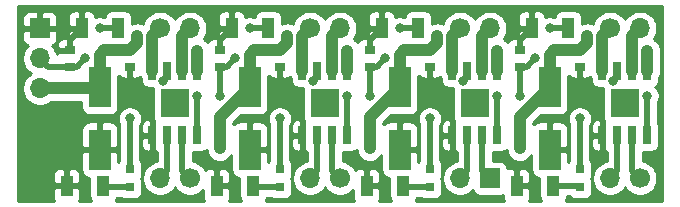
<source format=gtl>
%TF.GenerationSoftware,KiCad,Pcbnew,(5.1.8)-1*%
%TF.CreationDate,2021-03-06T21:18:19+09:00*%
%TF.ProjectId,motor_driver,6d6f746f-725f-4647-9269-7665722e6b69,rev?*%
%TF.SameCoordinates,PX54c81a0PY87a6900*%
%TF.FileFunction,Copper,L1,Top*%
%TF.FilePolarity,Positive*%
%FSLAX46Y46*%
G04 Gerber Fmt 4.6, Leading zero omitted, Abs format (unit mm)*
G04 Created by KiCad (PCBNEW (5.1.8)-1) date 2021-03-06 21:18:19*
%MOMM*%
%LPD*%
G01*
G04 APERTURE LIST*
%TA.AperFunction,ComponentPad*%
%ADD10R,1.700000X1.700000*%
%TD*%
%TA.AperFunction,ComponentPad*%
%ADD11O,1.700000X1.700000*%
%TD*%
%TA.AperFunction,ComponentPad*%
%ADD12C,1.700000*%
%TD*%
%TA.AperFunction,SMDPad,CuDef*%
%ADD13R,0.940000X0.750000*%
%TD*%
%TA.AperFunction,SMDPad,CuDef*%
%ADD14R,1.850000X3.500000*%
%TD*%
%TA.AperFunction,SMDPad,CuDef*%
%ADD15R,0.800000X0.800000*%
%TD*%
%TA.AperFunction,SMDPad,CuDef*%
%ADD16R,1.050000X1.800000*%
%TD*%
%TA.AperFunction,SMDPad,CuDef*%
%ADD17R,2.390000X2.390000*%
%TD*%
%TA.AperFunction,SMDPad,CuDef*%
%ADD18R,0.650000X1.525000*%
%TD*%
%TA.AperFunction,ViaPad*%
%ADD19C,0.800000*%
%TD*%
%TA.AperFunction,Conductor*%
%ADD20C,0.500000*%
%TD*%
%TA.AperFunction,Conductor*%
%ADD21C,1.000000*%
%TD*%
%TA.AperFunction,Conductor*%
%ADD22C,0.254000*%
%TD*%
%TA.AperFunction,Conductor*%
%ADD23C,0.100000*%
%TD*%
G04 APERTURE END LIST*
D10*
%TO.P,J1,1*%
%TO.N,Net-(C1-Pad2)*%
X2540000Y15240000D03*
D11*
%TO.P,J1,2*%
%TO.N,Net-(C1-Pad1)*%
X2540000Y12700000D03*
%TO.P,J1,3*%
%TO.N,Net-(C10-Pad1)*%
X2540000Y10160000D03*
%TD*%
D12*
%TO.P,J2,1*%
%TO.N,Net-(J2-Pad1)*%
X15240000Y2540000D03*
D11*
%TO.P,J2,2*%
%TO.N,Net-(J2-Pad2)*%
X12700000Y2540000D03*
%TD*%
%TO.P,J3,2*%
%TO.N,Net-(J3-Pad2)*%
X25400000Y2540000D03*
D12*
%TO.P,J3,1*%
%TO.N,Net-(J3-Pad1)*%
X27940000Y2540000D03*
%TD*%
D10*
%TO.P,J4,1*%
%TO.N,Net-(J4-Pad1)*%
X40640000Y2540000D03*
D11*
%TO.P,J4,2*%
%TO.N,Net-(J4-Pad2)*%
X38100000Y2540000D03*
%TD*%
%TO.P,J5,2*%
%TO.N,Net-(J5-Pad2)*%
X50800000Y2540000D03*
D12*
%TO.P,J5,1*%
%TO.N,Net-(J5-Pad1)*%
X53340000Y2540000D03*
%TD*%
D11*
%TO.P,J9,2*%
%TO.N,Net-(J9-Pad2)*%
X53340000Y15240000D03*
D12*
%TO.P,J9,1*%
%TO.N,Net-(J9-Pad1)*%
X50800000Y15240000D03*
%TD*%
%TO.P,J8,1*%
%TO.N,Net-(J8-Pad1)*%
X38100000Y15240000D03*
D11*
%TO.P,J8,2*%
%TO.N,Net-(J8-Pad2)*%
X40640000Y15240000D03*
%TD*%
%TO.P,J7,2*%
%TO.N,Net-(J7-Pad2)*%
X27940000Y15240000D03*
D12*
%TO.P,J7,1*%
%TO.N,Net-(J7-Pad1)*%
X25400000Y15240000D03*
%TD*%
%TO.P,J6,1*%
%TO.N,Net-(J6-Pad1)*%
X12700000Y15240000D03*
D11*
%TO.P,J6,2*%
%TO.N,Net-(J6-Pad2)*%
X15240000Y15240000D03*
%TD*%
D13*
%TO.P,C1,1*%
%TO.N,Net-(C1-Pad1)*%
X5080000Y12000000D03*
%TO.P,C1,2*%
%TO.N,Net-(C1-Pad2)*%
X5080000Y13400000D03*
%TD*%
%TO.P,C2,1*%
%TO.N,Net-(C1-Pad1)*%
X17780000Y12000000D03*
%TO.P,C2,2*%
%TO.N,Net-(C1-Pad2)*%
X17780000Y13400000D03*
%TD*%
%TO.P,C3,1*%
%TO.N,Net-(C1-Pad1)*%
X30480000Y12000000D03*
%TO.P,C3,2*%
%TO.N,Net-(C1-Pad2)*%
X30480000Y13400000D03*
%TD*%
%TO.P,C4,2*%
%TO.N,Net-(C1-Pad2)*%
X43180000Y13400000D03*
%TO.P,C4,1*%
%TO.N,Net-(C1-Pad1)*%
X43180000Y12000000D03*
%TD*%
%TO.P,C5,1*%
%TO.N,Net-(C10-Pad1)*%
X10160000Y13400000D03*
%TO.P,C5,2*%
%TO.N,Net-(C1-Pad2)*%
X10160000Y12000000D03*
%TD*%
%TO.P,C6,2*%
%TO.N,Net-(C1-Pad2)*%
X22860000Y12000000D03*
%TO.P,C6,1*%
%TO.N,Net-(C10-Pad1)*%
X22860000Y13400000D03*
%TD*%
%TO.P,C7,2*%
%TO.N,Net-(C1-Pad2)*%
X35560000Y12000000D03*
%TO.P,C7,1*%
%TO.N,Net-(C10-Pad1)*%
X35560000Y13400000D03*
%TD*%
%TO.P,C8,2*%
%TO.N,Net-(C1-Pad2)*%
X48260000Y12000000D03*
%TO.P,C8,1*%
%TO.N,Net-(C10-Pad1)*%
X48260000Y13400000D03*
%TD*%
D14*
%TO.P,C12,1*%
%TO.N,Net-(C10-Pad1)*%
X7620000Y10270000D03*
%TO.P,C12,2*%
%TO.N,Net-(C1-Pad2)*%
X7620000Y4970000D03*
%TD*%
D15*
%TO.P,D1,1*%
%TO.N,Net-(D1-Pad1)*%
X10160000Y1790000D03*
%TO.P,D1,2*%
%TO.N,Net-(C1-Pad1)*%
X10160000Y3290000D03*
%TD*%
%TO.P,D2,2*%
%TO.N,Net-(C1-Pad1)*%
X22860000Y3290000D03*
%TO.P,D2,1*%
%TO.N,Net-(D2-Pad1)*%
X22860000Y1790000D03*
%TD*%
%TO.P,D3,2*%
%TO.N,Net-(C1-Pad1)*%
X35560000Y3290000D03*
%TO.P,D3,1*%
%TO.N,Net-(D3-Pad1)*%
X35560000Y1790000D03*
%TD*%
%TO.P,D4,1*%
%TO.N,Net-(D4-Pad1)*%
X48260000Y1790000D03*
%TO.P,D4,2*%
%TO.N,Net-(C1-Pad1)*%
X48260000Y3290000D03*
%TD*%
D16*
%TO.P,R1,2*%
%TO.N,Net-(D1-Pad1)*%
X7900000Y1905000D03*
%TO.P,R1,1*%
%TO.N,Net-(C1-Pad2)*%
X4800000Y1905000D03*
%TD*%
%TO.P,R2,1*%
%TO.N,Net-(C1-Pad2)*%
X17500000Y1905000D03*
%TO.P,R2,2*%
%TO.N,Net-(D2-Pad1)*%
X20600000Y1905000D03*
%TD*%
%TO.P,R3,2*%
%TO.N,Net-(D3-Pad1)*%
X33300000Y1905000D03*
%TO.P,R3,1*%
%TO.N,Net-(C1-Pad2)*%
X30200000Y1905000D03*
%TD*%
%TO.P,R4,1*%
%TO.N,Net-(C1-Pad2)*%
X42900000Y1905000D03*
%TO.P,R4,2*%
%TO.N,Net-(D4-Pad1)*%
X46000000Y1905000D03*
%TD*%
%TO.P,R5,2*%
%TO.N,Net-(R5-Pad2)*%
X9170000Y15240000D03*
%TO.P,R5,1*%
%TO.N,Net-(C1-Pad2)*%
X6070000Y15240000D03*
%TD*%
%TO.P,R6,1*%
%TO.N,Net-(C1-Pad2)*%
X18770000Y15240000D03*
%TO.P,R6,2*%
%TO.N,Net-(R6-Pad2)*%
X21870000Y15240000D03*
%TD*%
%TO.P,R7,2*%
%TO.N,Net-(R7-Pad2)*%
X34570000Y15240000D03*
%TO.P,R7,1*%
%TO.N,Net-(C1-Pad2)*%
X31470000Y15240000D03*
%TD*%
%TO.P,R8,1*%
%TO.N,Net-(C1-Pad2)*%
X44170000Y15240000D03*
%TO.P,R8,2*%
%TO.N,Net-(R8-Pad2)*%
X47270000Y15240000D03*
%TD*%
D17*
%TO.P,U3,9*%
%TO.N,N/C*%
X13970000Y8890000D03*
D18*
%TO.P,U3,8*%
%TO.N,Net-(J6-Pad1)*%
X12065000Y11602000D03*
%TO.P,U3,7*%
%TO.N,Net-(R5-Pad2)*%
X13335000Y11602000D03*
%TO.P,U3,6*%
%TO.N,Net-(J6-Pad2)*%
X14605000Y11602000D03*
%TO.P,U3,5*%
%TO.N,Net-(C10-Pad1)*%
X15875000Y11602000D03*
%TO.P,U3,4*%
%TO.N,Net-(C1-Pad1)*%
X15875000Y6178000D03*
%TO.P,U3,3*%
%TO.N,Net-(J2-Pad1)*%
X14605000Y6178000D03*
%TO.P,U3,2*%
%TO.N,Net-(J2-Pad2)*%
X13335000Y6178000D03*
%TO.P,U3,1*%
%TO.N,Net-(C1-Pad2)*%
X12065000Y6178000D03*
%TD*%
D17*
%TO.P,U4,9*%
%TO.N,N/C*%
X26670000Y8890000D03*
D18*
%TO.P,U4,8*%
%TO.N,Net-(J7-Pad1)*%
X24765000Y11602000D03*
%TO.P,U4,7*%
%TO.N,Net-(R6-Pad2)*%
X26035000Y11602000D03*
%TO.P,U4,6*%
%TO.N,Net-(J7-Pad2)*%
X27305000Y11602000D03*
%TO.P,U4,5*%
%TO.N,Net-(C10-Pad1)*%
X28575000Y11602000D03*
%TO.P,U4,4*%
%TO.N,Net-(C1-Pad1)*%
X28575000Y6178000D03*
%TO.P,U4,3*%
%TO.N,Net-(J3-Pad1)*%
X27305000Y6178000D03*
%TO.P,U4,2*%
%TO.N,Net-(J3-Pad2)*%
X26035000Y6178000D03*
%TO.P,U4,1*%
%TO.N,Net-(C1-Pad2)*%
X24765000Y6178000D03*
%TD*%
%TO.P,U5,1*%
%TO.N,Net-(C1-Pad2)*%
X37465000Y6178000D03*
%TO.P,U5,2*%
%TO.N,Net-(J4-Pad2)*%
X38735000Y6178000D03*
%TO.P,U5,3*%
%TO.N,Net-(J4-Pad1)*%
X40005000Y6178000D03*
%TO.P,U5,4*%
%TO.N,Net-(C1-Pad1)*%
X41275000Y6178000D03*
%TO.P,U5,5*%
%TO.N,Net-(C10-Pad1)*%
X41275000Y11602000D03*
%TO.P,U5,6*%
%TO.N,Net-(J8-Pad2)*%
X40005000Y11602000D03*
%TO.P,U5,7*%
%TO.N,Net-(R7-Pad2)*%
X38735000Y11602000D03*
%TO.P,U5,8*%
%TO.N,Net-(J8-Pad1)*%
X37465000Y11602000D03*
D17*
%TO.P,U5,9*%
%TO.N,N/C*%
X39370000Y8890000D03*
%TD*%
D18*
%TO.P,U6,1*%
%TO.N,Net-(C1-Pad2)*%
X50165000Y6178000D03*
%TO.P,U6,2*%
%TO.N,Net-(J5-Pad2)*%
X51435000Y6178000D03*
%TO.P,U6,3*%
%TO.N,Net-(J5-Pad1)*%
X52705000Y6178000D03*
%TO.P,U6,4*%
%TO.N,Net-(C1-Pad1)*%
X53975000Y6178000D03*
%TO.P,U6,5*%
%TO.N,Net-(C10-Pad1)*%
X53975000Y11602000D03*
%TO.P,U6,6*%
%TO.N,Net-(J9-Pad2)*%
X52705000Y11602000D03*
%TO.P,U6,7*%
%TO.N,Net-(R8-Pad2)*%
X51435000Y11602000D03*
%TO.P,U6,8*%
%TO.N,Net-(J9-Pad1)*%
X50165000Y11602000D03*
D17*
%TO.P,U6,9*%
%TO.N,N/C*%
X52070000Y8890000D03*
%TD*%
D14*
%TO.P,C9,1*%
%TO.N,Net-(C10-Pad1)*%
X20320000Y10270000D03*
%TO.P,C9,2*%
%TO.N,Net-(C1-Pad2)*%
X20320000Y4970000D03*
%TD*%
%TO.P,C10,2*%
%TO.N,Net-(C1-Pad2)*%
X33020000Y4970000D03*
%TO.P,C10,1*%
%TO.N,Net-(C10-Pad1)*%
X33020000Y10270000D03*
%TD*%
%TO.P,C11,1*%
%TO.N,Net-(C10-Pad1)*%
X45720000Y10270000D03*
%TO.P,C11,2*%
%TO.N,Net-(C1-Pad2)*%
X45720000Y4970000D03*
%TD*%
D19*
%TO.N,Net-(C1-Pad1)*%
X6350000Y12700000D03*
X15875000Y9525000D03*
X17780000Y9525000D03*
X19050000Y12700000D03*
X28575000Y9525000D03*
X30480000Y9525000D03*
X31750000Y12700000D03*
X41275000Y9525000D03*
X43180000Y9525000D03*
X44450000Y12700000D03*
X53975000Y9525000D03*
X10160000Y7620000D03*
X22860000Y7620000D03*
X35560000Y7620000D03*
X48260000Y7620000D03*
%TO.N,Net-(C1-Pad2)*%
X36830000Y8255000D03*
X24130000Y8255000D03*
X11430000Y8255000D03*
X5080000Y7620000D03*
X31750000Y1905000D03*
X35560000Y10795000D03*
X44450000Y1905000D03*
X48260000Y10795000D03*
X22860000Y10795000D03*
X19050000Y1905000D03*
X10160000Y10795000D03*
X6350000Y1905000D03*
%TO.N,Net-(R5-Pad2)*%
X12983914Y10754245D03*
X7620000Y15240000D03*
%TO.N,Net-(R6-Pad2)*%
X25683914Y10754245D03*
X20320000Y15240000D03*
%TO.N,Net-(R7-Pad2)*%
X38383914Y10754245D03*
X33020000Y15240000D03*
%TO.N,Net-(R8-Pad2)*%
X51083914Y10754245D03*
X45720000Y15240000D03*
%TO.N,Net-(C10-Pad1)*%
X10795000Y14605000D03*
X15875000Y13335000D03*
X17780000Y5080000D03*
X23495000Y14605000D03*
X28575000Y13335000D03*
X30480000Y5080000D03*
X36195000Y14605000D03*
X41275000Y13335000D03*
X43180000Y5080000D03*
X48895000Y14605000D03*
X53975000Y13335000D03*
%TD*%
D20*
%TO.N,Net-(C1-Pad1)*%
X3240000Y12000000D02*
X5080000Y12000000D01*
X2540000Y12700000D02*
X3240000Y12000000D01*
X5650000Y12000000D02*
X6350000Y12700000D01*
X5080000Y12000000D02*
X5650000Y12000000D01*
X15875000Y9525000D02*
X15875000Y6178000D01*
X17780000Y9525000D02*
X17780000Y12000000D01*
X18350000Y12000000D02*
X19050000Y12700000D01*
X17780000Y12000000D02*
X18350000Y12000000D01*
X28575000Y9525000D02*
X28575000Y6178000D01*
X30480000Y9525000D02*
X30480000Y12000000D01*
X31050000Y12000000D02*
X31750000Y12700000D01*
X30480000Y12000000D02*
X31050000Y12000000D01*
X41275000Y9525000D02*
X41275000Y6178000D01*
X43180000Y9525000D02*
X43180000Y12000000D01*
X43750000Y12000000D02*
X44450000Y12700000D01*
X43180000Y12000000D02*
X43750000Y12000000D01*
X53975000Y9525000D02*
X53975000Y6178000D01*
X10160000Y7620000D02*
X10160000Y3290000D01*
X22860000Y7620000D02*
X22860000Y3290000D01*
X35560000Y7620000D02*
X35560000Y3290000D01*
X48260000Y7620000D02*
X48260000Y3290000D01*
%TO.N,Net-(C1-Pad2)*%
X5080000Y14250000D02*
X6070000Y15240000D01*
X5080000Y13400000D02*
X5080000Y14250000D01*
X17780000Y14250000D02*
X18770000Y15240000D01*
X17780000Y13400000D02*
X17780000Y14250000D01*
X30480000Y14250000D02*
X31470000Y15240000D01*
X30480000Y13400000D02*
X30480000Y14250000D01*
X43180000Y14250000D02*
X44170000Y15240000D01*
X43180000Y13400000D02*
X43180000Y14250000D01*
%TO.N,Net-(D1-Pad1)*%
X8015000Y1790000D02*
X7900000Y1905000D01*
X10160000Y1790000D02*
X8015000Y1790000D01*
%TO.N,Net-(D2-Pad1)*%
X20715000Y1790000D02*
X20600000Y1905000D01*
X22860000Y1790000D02*
X20715000Y1790000D01*
%TO.N,Net-(D3-Pad1)*%
X33415000Y1790000D02*
X33300000Y1905000D01*
X35560000Y1790000D02*
X33415000Y1790000D01*
%TO.N,Net-(D4-Pad1)*%
X48145000Y1905000D02*
X48260000Y1790000D01*
X46000000Y1905000D02*
X48145000Y1905000D01*
%TO.N,Net-(J2-Pad1)*%
X14605000Y3175000D02*
X15240000Y2540000D01*
X14605000Y6178000D02*
X14605000Y3175000D01*
%TO.N,Net-(J2-Pad2)*%
X13335000Y3175000D02*
X12700000Y2540000D01*
X13335000Y6178000D02*
X13335000Y3175000D01*
%TO.N,Net-(J3-Pad2)*%
X26035000Y3175000D02*
X26035000Y6178000D01*
X25400000Y2540000D02*
X26035000Y3175000D01*
%TO.N,Net-(J3-Pad1)*%
X27305000Y3175000D02*
X27305000Y6178000D01*
X27940000Y2540000D02*
X27305000Y3175000D01*
%TO.N,Net-(J4-Pad1)*%
X40005000Y3175000D02*
X40640000Y2540000D01*
X40005000Y6178000D02*
X40005000Y3175000D01*
%TO.N,Net-(J4-Pad2)*%
X38735000Y3175000D02*
X38735000Y6178000D01*
X38100000Y2540000D02*
X38735000Y3175000D01*
%TO.N,Net-(J5-Pad2)*%
X51435000Y3175000D02*
X51435000Y6178000D01*
X50800000Y2540000D02*
X51435000Y3175000D01*
%TO.N,Net-(J5-Pad1)*%
X52705000Y3175000D02*
X53340000Y2540000D01*
X52705000Y6178000D02*
X52705000Y3175000D01*
D21*
%TO.N,Net-(J6-Pad1)*%
X12065000Y14605000D02*
X12065000Y11602000D01*
X12700000Y15240000D02*
X12065000Y14605000D01*
%TO.N,Net-(J6-Pad2)*%
X14605000Y14605000D02*
X14605000Y11602000D01*
X15240000Y15240000D02*
X14605000Y14605000D01*
%TO.N,Net-(J7-Pad2)*%
X27305000Y14605000D02*
X27305000Y11602000D01*
X27940000Y15240000D02*
X27305000Y14605000D01*
%TO.N,Net-(J7-Pad1)*%
X24765000Y14605000D02*
X24765000Y11602000D01*
X25400000Y15240000D02*
X24765000Y14605000D01*
%TO.N,Net-(J8-Pad1)*%
X37465000Y14605000D02*
X37465000Y11602000D01*
X38100000Y15240000D02*
X37465000Y14605000D01*
%TO.N,Net-(J8-Pad2)*%
X40005000Y14605000D02*
X40005000Y11602000D01*
X40640000Y15240000D02*
X40005000Y14605000D01*
%TO.N,Net-(J9-Pad2)*%
X52705000Y14605000D02*
X52705000Y11602000D01*
X53340000Y15240000D02*
X52705000Y14605000D01*
%TO.N,Net-(J9-Pad1)*%
X50165000Y14605000D02*
X50165000Y11602000D01*
X50800000Y15240000D02*
X50165000Y14605000D01*
D20*
%TO.N,Net-(R5-Pad2)*%
X13335000Y11105331D02*
X12983914Y10754245D01*
X13335000Y11602000D02*
X13335000Y11105331D01*
X7620000Y15240000D02*
X9170000Y15240000D01*
%TO.N,Net-(R6-Pad2)*%
X26035000Y11105331D02*
X25683914Y10754245D01*
X26035000Y11602000D02*
X26035000Y11105331D01*
X20320000Y15240000D02*
X21870000Y15240000D01*
%TO.N,Net-(R7-Pad2)*%
X38735000Y11105331D02*
X38383914Y10754245D01*
X38735000Y11602000D02*
X38735000Y11105331D01*
X33020000Y15240000D02*
X34570000Y15240000D01*
%TO.N,Net-(R8-Pad2)*%
X51435000Y11105331D02*
X51083914Y10754245D01*
X51435000Y11602000D02*
X51435000Y11105331D01*
X45720000Y15240000D02*
X47270000Y15240000D01*
D21*
%TO.N,Net-(C10-Pad1)*%
X7510000Y10160000D02*
X7620000Y10270000D01*
X2540000Y10160000D02*
X7510000Y10160000D01*
X8000000Y13400000D02*
X10160000Y13400000D01*
X7620000Y13020000D02*
X8000000Y13400000D01*
X7620000Y10270000D02*
X7620000Y13020000D01*
X10795000Y14035000D02*
X10795000Y14605000D01*
X10160000Y13400000D02*
X10795000Y14035000D01*
X15875000Y13335000D02*
X15875000Y11602000D01*
X17780000Y7730000D02*
X20320000Y10270000D01*
X17780000Y5080000D02*
X17780000Y7730000D01*
X20700000Y13400000D02*
X22860000Y13400000D01*
X20320000Y13020000D02*
X20700000Y13400000D01*
X20320000Y10270000D02*
X20320000Y13020000D01*
X23495000Y14035000D02*
X23495000Y14605000D01*
X22860000Y13400000D02*
X23495000Y14035000D01*
X28575000Y13335000D02*
X28575000Y11602000D01*
X30480000Y7730000D02*
X33020000Y10270000D01*
X30480000Y5080000D02*
X30480000Y7730000D01*
X33400000Y13400000D02*
X35560000Y13400000D01*
X33020000Y13020000D02*
X33400000Y13400000D01*
X33020000Y10270000D02*
X33020000Y13020000D01*
X36195000Y14035000D02*
X36195000Y14605000D01*
X35560000Y13400000D02*
X36195000Y14035000D01*
X41275000Y13335000D02*
X41275000Y11602000D01*
X43180000Y7730000D02*
X45720000Y10270000D01*
X43180000Y5080000D02*
X43180000Y7730000D01*
X45720000Y13020000D02*
X46100000Y13400000D01*
X46100000Y13400000D02*
X48260000Y13400000D01*
X45720000Y10270000D02*
X45720000Y13020000D01*
X48895000Y14035000D02*
X48895000Y14605000D01*
X48260000Y13400000D02*
X48895000Y14035000D01*
X53975000Y13335000D02*
X53975000Y11602000D01*
%TD*%
D22*
%TO.N,Net-(C1-Pad2)*%
X55220001Y660000D02*
X47060612Y660000D01*
X47114502Y760820D01*
X47150812Y880518D01*
X47163072Y1005000D01*
X47163072Y1020000D01*
X47342188Y1020000D01*
X47408815Y938815D01*
X47505506Y859463D01*
X47615820Y800498D01*
X47735518Y764188D01*
X47860000Y751928D01*
X48660000Y751928D01*
X48784482Y764188D01*
X48904180Y800498D01*
X49014494Y859463D01*
X49111185Y938815D01*
X49190537Y1035506D01*
X49249502Y1145820D01*
X49285812Y1265518D01*
X49298072Y1390000D01*
X49298072Y2190000D01*
X49285812Y2314482D01*
X49249502Y2434180D01*
X49192939Y2540000D01*
X49249502Y2645820D01*
X49285812Y2765518D01*
X49298072Y2890000D01*
X49298072Y3690000D01*
X49285812Y3814482D01*
X49249502Y3934180D01*
X49190537Y4044494D01*
X49145000Y4099981D01*
X49145000Y5415500D01*
X49201928Y5415500D01*
X49214188Y5291018D01*
X49250498Y5171320D01*
X49309463Y5061006D01*
X49388815Y4964315D01*
X49485506Y4884963D01*
X49595820Y4825998D01*
X49715518Y4789688D01*
X49840000Y4777428D01*
X49879250Y4780500D01*
X50038000Y4939250D01*
X50038000Y6051000D01*
X49363750Y6051000D01*
X49205000Y5892250D01*
X49201928Y5415500D01*
X49145000Y5415500D01*
X49145000Y6940500D01*
X49201928Y6940500D01*
X49205000Y6463750D01*
X49363750Y6305000D01*
X50038000Y6305000D01*
X50038000Y7416750D01*
X49879250Y7575500D01*
X49840000Y7578572D01*
X49715518Y7566312D01*
X49595820Y7530002D01*
X49485506Y7471037D01*
X49388815Y7391685D01*
X49309463Y7294994D01*
X49250498Y7184680D01*
X49214188Y7064982D01*
X49201928Y6940500D01*
X49145000Y6940500D01*
X49145000Y7081546D01*
X49177205Y7129744D01*
X49255226Y7318102D01*
X49295000Y7518061D01*
X49295000Y7721939D01*
X49255226Y7921898D01*
X49177205Y8110256D01*
X49063937Y8279774D01*
X48919774Y8423937D01*
X48750256Y8537205D01*
X48561898Y8615226D01*
X48361939Y8655000D01*
X48158061Y8655000D01*
X47958102Y8615226D01*
X47769744Y8537205D01*
X47600226Y8423937D01*
X47456063Y8279774D01*
X47342795Y8110256D01*
X47264774Y7921898D01*
X47225000Y7721939D01*
X47225000Y7518061D01*
X47264774Y7318102D01*
X47342795Y7129744D01*
X47375000Y7081545D01*
X47375001Y4099982D01*
X47329463Y4044494D01*
X47281530Y3954820D01*
X47280000Y4684250D01*
X47121250Y4843000D01*
X45847000Y4843000D01*
X45847000Y4823000D01*
X45593000Y4823000D01*
X45593000Y4843000D01*
X45573000Y4843000D01*
X45573000Y5097000D01*
X45593000Y5097000D01*
X45593000Y7196250D01*
X45847000Y7196250D01*
X45847000Y5097000D01*
X47121250Y5097000D01*
X47280000Y5255750D01*
X47283072Y6720000D01*
X47270812Y6844482D01*
X47234502Y6964180D01*
X47175537Y7074494D01*
X47096185Y7171185D01*
X46999494Y7250537D01*
X46889180Y7309502D01*
X46769482Y7345812D01*
X46645000Y7358072D01*
X46005750Y7355000D01*
X45847000Y7196250D01*
X45593000Y7196250D01*
X45434250Y7355000D01*
X44795000Y7358072D01*
X44670518Y7345812D01*
X44550820Y7309502D01*
X44440506Y7250537D01*
X44343815Y7171185D01*
X44315000Y7136074D01*
X44315000Y7259869D01*
X44937059Y7881928D01*
X46645000Y7881928D01*
X46769482Y7894188D01*
X46889180Y7930498D01*
X46999494Y7989463D01*
X47096185Y8068815D01*
X47175537Y8165506D01*
X47234502Y8275820D01*
X47270812Y8395518D01*
X47283072Y8520000D01*
X47283072Y11241738D01*
X47338815Y11173815D01*
X47435506Y11094463D01*
X47545820Y11035498D01*
X47665518Y10999188D01*
X47790000Y10986928D01*
X47974250Y10990000D01*
X48133000Y11148750D01*
X48133000Y11873000D01*
X48113000Y11873000D01*
X48113000Y12127000D01*
X48133000Y12127000D01*
X48133000Y12147000D01*
X48387000Y12147000D01*
X48387000Y12127000D01*
X48407000Y12127000D01*
X48407000Y11873000D01*
X48387000Y11873000D01*
X48387000Y11148750D01*
X48545750Y10990000D01*
X48730000Y10986928D01*
X48854482Y10999188D01*
X48974180Y11035498D01*
X49084494Y11094463D01*
X49129556Y11131445D01*
X49201928Y10996045D01*
X49201928Y10839500D01*
X49214188Y10715018D01*
X49250498Y10595320D01*
X49309463Y10485006D01*
X49388815Y10388315D01*
X49485506Y10308963D01*
X49595820Y10249998D01*
X49715518Y10213688D01*
X49840000Y10201428D01*
X50208511Y10201428D01*
X50243271Y10149405D01*
X50236928Y10085000D01*
X50236928Y7695000D01*
X50249188Y7570518D01*
X50285498Y7450820D01*
X50299630Y7424380D01*
X50292000Y7416750D01*
X50292000Y6305000D01*
X50312000Y6305000D01*
X50312000Y6051000D01*
X50292000Y6051000D01*
X50292000Y4939250D01*
X50450750Y4780500D01*
X50490000Y4777428D01*
X50550001Y4783337D01*
X50550000Y4004365D01*
X50366842Y3967932D01*
X50096589Y3855990D01*
X49853368Y3693475D01*
X49646525Y3486632D01*
X49484010Y3243411D01*
X49372068Y2973158D01*
X49315000Y2686260D01*
X49315000Y2393740D01*
X49372068Y2106842D01*
X49484010Y1836589D01*
X49646525Y1593368D01*
X49853368Y1386525D01*
X50096589Y1224010D01*
X50366842Y1112068D01*
X50653740Y1055000D01*
X50946260Y1055000D01*
X51233158Y1112068D01*
X51503411Y1224010D01*
X51746632Y1386525D01*
X51953475Y1593368D01*
X52070000Y1767760D01*
X52186525Y1593368D01*
X52393368Y1386525D01*
X52636589Y1224010D01*
X52906842Y1112068D01*
X53193740Y1055000D01*
X53486260Y1055000D01*
X53773158Y1112068D01*
X54043411Y1224010D01*
X54286632Y1386525D01*
X54493475Y1593368D01*
X54655990Y1836589D01*
X54767932Y2106842D01*
X54825000Y2393740D01*
X54825000Y2686260D01*
X54767932Y2973158D01*
X54655990Y3243411D01*
X54493475Y3486632D01*
X54286632Y3693475D01*
X54043411Y3855990D01*
X53773158Y3967932D01*
X53590000Y4004365D01*
X53590000Y4783337D01*
X53650000Y4777428D01*
X54300000Y4777428D01*
X54424482Y4789688D01*
X54544180Y4825998D01*
X54654494Y4884963D01*
X54751185Y4964315D01*
X54830537Y5061006D01*
X54889502Y5171320D01*
X54925812Y5291018D01*
X54938072Y5415500D01*
X54938072Y6940500D01*
X54925812Y7064982D01*
X54889502Y7184680D01*
X54860000Y7239873D01*
X54860000Y8986546D01*
X54892205Y9034744D01*
X54970226Y9223102D01*
X55010000Y9423061D01*
X55010000Y9626939D01*
X54970226Y9826898D01*
X54892205Y10015256D01*
X54778937Y10184774D01*
X54654634Y10309077D01*
X54751185Y10388315D01*
X54830537Y10485006D01*
X54889502Y10595320D01*
X54925812Y10715018D01*
X54938072Y10839500D01*
X54938072Y10996044D01*
X55028676Y11165553D01*
X55093577Y11379501D01*
X55110000Y11546248D01*
X55110000Y13390752D01*
X55093577Y13557499D01*
X55028676Y13771447D01*
X54923284Y13968623D01*
X54781449Y14141449D01*
X54608623Y14283284D01*
X54518812Y14331288D01*
X54655990Y14536589D01*
X54767932Y14806842D01*
X54825000Y15093740D01*
X54825000Y15386260D01*
X54767932Y15673158D01*
X54655990Y15943411D01*
X54493475Y16186632D01*
X54286632Y16393475D01*
X54043411Y16555990D01*
X53773158Y16667932D01*
X53486260Y16725000D01*
X53193740Y16725000D01*
X52906842Y16667932D01*
X52636589Y16555990D01*
X52393368Y16393475D01*
X52186525Y16186632D01*
X52070000Y16012240D01*
X51953475Y16186632D01*
X51746632Y16393475D01*
X51503411Y16555990D01*
X51233158Y16667932D01*
X50946260Y16725000D01*
X50653740Y16725000D01*
X50366842Y16667932D01*
X50096589Y16555990D01*
X49853368Y16393475D01*
X49646525Y16186632D01*
X49484010Y15943411D01*
X49372068Y15673158D01*
X49365560Y15640442D01*
X49331447Y15658676D01*
X49117499Y15723577D01*
X48895000Y15745491D01*
X48672502Y15723577D01*
X48458554Y15658676D01*
X48433072Y15645056D01*
X48433072Y16140000D01*
X48420812Y16264482D01*
X48384502Y16384180D01*
X48325537Y16494494D01*
X48246185Y16591185D01*
X48149494Y16670537D01*
X48039180Y16729502D01*
X47919482Y16765812D01*
X47795000Y16778072D01*
X46745000Y16778072D01*
X46620518Y16765812D01*
X46500820Y16729502D01*
X46390506Y16670537D01*
X46293815Y16591185D01*
X46214463Y16494494D01*
X46155498Y16384180D01*
X46119188Y16264482D01*
X46112606Y16197653D01*
X46021898Y16235226D01*
X45821939Y16275000D01*
X45618061Y16275000D01*
X45418102Y16235226D01*
X45327394Y16197653D01*
X45320812Y16264482D01*
X45284502Y16384180D01*
X45225537Y16494494D01*
X45146185Y16591185D01*
X45049494Y16670537D01*
X44939180Y16729502D01*
X44819482Y16765812D01*
X44695000Y16778072D01*
X44455750Y16775000D01*
X44297000Y16616250D01*
X44297000Y15367000D01*
X44317000Y15367000D01*
X44317000Y15113000D01*
X44297000Y15113000D01*
X44297000Y15093000D01*
X44043000Y15093000D01*
X44043000Y15113000D01*
X43168750Y15113000D01*
X43010000Y14954250D01*
X43006928Y14340000D01*
X43011590Y14292660D01*
X42894250Y14410000D01*
X42710000Y14413072D01*
X42585518Y14400812D01*
X42465820Y14364502D01*
X42355506Y14305537D01*
X42258815Y14226185D01*
X42179463Y14129494D01*
X42144674Y14064409D01*
X42081449Y14141449D01*
X41908623Y14283284D01*
X41818812Y14331288D01*
X41955990Y14536589D01*
X42067932Y14806842D01*
X42125000Y15093740D01*
X42125000Y15386260D01*
X42067932Y15673158D01*
X41955990Y15943411D01*
X41824634Y16140000D01*
X43006928Y16140000D01*
X43010000Y15525750D01*
X43168750Y15367000D01*
X44043000Y15367000D01*
X44043000Y16616250D01*
X43884250Y16775000D01*
X43645000Y16778072D01*
X43520518Y16765812D01*
X43400820Y16729502D01*
X43290506Y16670537D01*
X43193815Y16591185D01*
X43114463Y16494494D01*
X43055498Y16384180D01*
X43019188Y16264482D01*
X43006928Y16140000D01*
X41824634Y16140000D01*
X41793475Y16186632D01*
X41586632Y16393475D01*
X41343411Y16555990D01*
X41073158Y16667932D01*
X40786260Y16725000D01*
X40493740Y16725000D01*
X40206842Y16667932D01*
X39936589Y16555990D01*
X39693368Y16393475D01*
X39486525Y16186632D01*
X39370000Y16012240D01*
X39253475Y16186632D01*
X39046632Y16393475D01*
X38803411Y16555990D01*
X38533158Y16667932D01*
X38246260Y16725000D01*
X37953740Y16725000D01*
X37666842Y16667932D01*
X37396589Y16555990D01*
X37153368Y16393475D01*
X36946525Y16186632D01*
X36784010Y15943411D01*
X36672068Y15673158D01*
X36665560Y15640442D01*
X36631447Y15658676D01*
X36417499Y15723577D01*
X36195000Y15745491D01*
X35972502Y15723577D01*
X35758554Y15658676D01*
X35733072Y15645056D01*
X35733072Y16140000D01*
X35720812Y16264482D01*
X35684502Y16384180D01*
X35625537Y16494494D01*
X35546185Y16591185D01*
X35449494Y16670537D01*
X35339180Y16729502D01*
X35219482Y16765812D01*
X35095000Y16778072D01*
X34045000Y16778072D01*
X33920518Y16765812D01*
X33800820Y16729502D01*
X33690506Y16670537D01*
X33593815Y16591185D01*
X33514463Y16494494D01*
X33455498Y16384180D01*
X33419188Y16264482D01*
X33412606Y16197653D01*
X33321898Y16235226D01*
X33121939Y16275000D01*
X32918061Y16275000D01*
X32718102Y16235226D01*
X32627394Y16197653D01*
X32620812Y16264482D01*
X32584502Y16384180D01*
X32525537Y16494494D01*
X32446185Y16591185D01*
X32349494Y16670537D01*
X32239180Y16729502D01*
X32119482Y16765812D01*
X31995000Y16778072D01*
X31755750Y16775000D01*
X31597000Y16616250D01*
X31597000Y15367000D01*
X31617000Y15367000D01*
X31617000Y15113000D01*
X31597000Y15113000D01*
X31597000Y15093000D01*
X31343000Y15093000D01*
X31343000Y15113000D01*
X30468750Y15113000D01*
X30310000Y14954250D01*
X30306928Y14340000D01*
X30311590Y14292660D01*
X30194250Y14410000D01*
X30010000Y14413072D01*
X29885518Y14400812D01*
X29765820Y14364502D01*
X29655506Y14305537D01*
X29558815Y14226185D01*
X29479463Y14129494D01*
X29444674Y14064409D01*
X29381449Y14141449D01*
X29208623Y14283284D01*
X29118812Y14331288D01*
X29255990Y14536589D01*
X29367932Y14806842D01*
X29425000Y15093740D01*
X29425000Y15386260D01*
X29367932Y15673158D01*
X29255990Y15943411D01*
X29124634Y16140000D01*
X30306928Y16140000D01*
X30310000Y15525750D01*
X30468750Y15367000D01*
X31343000Y15367000D01*
X31343000Y16616250D01*
X31184250Y16775000D01*
X30945000Y16778072D01*
X30820518Y16765812D01*
X30700820Y16729502D01*
X30590506Y16670537D01*
X30493815Y16591185D01*
X30414463Y16494494D01*
X30355498Y16384180D01*
X30319188Y16264482D01*
X30306928Y16140000D01*
X29124634Y16140000D01*
X29093475Y16186632D01*
X28886632Y16393475D01*
X28643411Y16555990D01*
X28373158Y16667932D01*
X28086260Y16725000D01*
X27793740Y16725000D01*
X27506842Y16667932D01*
X27236589Y16555990D01*
X26993368Y16393475D01*
X26786525Y16186632D01*
X26670000Y16012240D01*
X26553475Y16186632D01*
X26346632Y16393475D01*
X26103411Y16555990D01*
X25833158Y16667932D01*
X25546260Y16725000D01*
X25253740Y16725000D01*
X24966842Y16667932D01*
X24696589Y16555990D01*
X24453368Y16393475D01*
X24246525Y16186632D01*
X24084010Y15943411D01*
X23972068Y15673158D01*
X23965560Y15640442D01*
X23931447Y15658676D01*
X23717499Y15723577D01*
X23495000Y15745491D01*
X23272502Y15723577D01*
X23058554Y15658676D01*
X23033072Y15645056D01*
X23033072Y16140000D01*
X23020812Y16264482D01*
X22984502Y16384180D01*
X22925537Y16494494D01*
X22846185Y16591185D01*
X22749494Y16670537D01*
X22639180Y16729502D01*
X22519482Y16765812D01*
X22395000Y16778072D01*
X21345000Y16778072D01*
X21220518Y16765812D01*
X21100820Y16729502D01*
X20990506Y16670537D01*
X20893815Y16591185D01*
X20814463Y16494494D01*
X20755498Y16384180D01*
X20719188Y16264482D01*
X20712606Y16197653D01*
X20621898Y16235226D01*
X20421939Y16275000D01*
X20218061Y16275000D01*
X20018102Y16235226D01*
X19927394Y16197653D01*
X19920812Y16264482D01*
X19884502Y16384180D01*
X19825537Y16494494D01*
X19746185Y16591185D01*
X19649494Y16670537D01*
X19539180Y16729502D01*
X19419482Y16765812D01*
X19295000Y16778072D01*
X19055750Y16775000D01*
X18897000Y16616250D01*
X18897000Y15367000D01*
X18917000Y15367000D01*
X18917000Y15113000D01*
X18897000Y15113000D01*
X18897000Y15093000D01*
X18643000Y15093000D01*
X18643000Y15113000D01*
X17768750Y15113000D01*
X17610000Y14954250D01*
X17606928Y14340000D01*
X17611590Y14292660D01*
X17494250Y14410000D01*
X17310000Y14413072D01*
X17185518Y14400812D01*
X17065820Y14364502D01*
X16955506Y14305537D01*
X16858815Y14226185D01*
X16779463Y14129494D01*
X16744674Y14064409D01*
X16681449Y14141449D01*
X16508623Y14283284D01*
X16418812Y14331288D01*
X16555990Y14536589D01*
X16667932Y14806842D01*
X16725000Y15093740D01*
X16725000Y15386260D01*
X16667932Y15673158D01*
X16555990Y15943411D01*
X16424634Y16140000D01*
X17606928Y16140000D01*
X17610000Y15525750D01*
X17768750Y15367000D01*
X18643000Y15367000D01*
X18643000Y16616250D01*
X18484250Y16775000D01*
X18245000Y16778072D01*
X18120518Y16765812D01*
X18000820Y16729502D01*
X17890506Y16670537D01*
X17793815Y16591185D01*
X17714463Y16494494D01*
X17655498Y16384180D01*
X17619188Y16264482D01*
X17606928Y16140000D01*
X16424634Y16140000D01*
X16393475Y16186632D01*
X16186632Y16393475D01*
X15943411Y16555990D01*
X15673158Y16667932D01*
X15386260Y16725000D01*
X15093740Y16725000D01*
X14806842Y16667932D01*
X14536589Y16555990D01*
X14293368Y16393475D01*
X14086525Y16186632D01*
X13970000Y16012240D01*
X13853475Y16186632D01*
X13646632Y16393475D01*
X13403411Y16555990D01*
X13133158Y16667932D01*
X12846260Y16725000D01*
X12553740Y16725000D01*
X12266842Y16667932D01*
X11996589Y16555990D01*
X11753368Y16393475D01*
X11546525Y16186632D01*
X11384010Y15943411D01*
X11272068Y15673158D01*
X11265560Y15640442D01*
X11231447Y15658676D01*
X11017499Y15723577D01*
X10795000Y15745491D01*
X10572502Y15723577D01*
X10358554Y15658676D01*
X10333072Y15645056D01*
X10333072Y16140000D01*
X10320812Y16264482D01*
X10284502Y16384180D01*
X10225537Y16494494D01*
X10146185Y16591185D01*
X10049494Y16670537D01*
X9939180Y16729502D01*
X9819482Y16765812D01*
X9695000Y16778072D01*
X8645000Y16778072D01*
X8520518Y16765812D01*
X8400820Y16729502D01*
X8290506Y16670537D01*
X8193815Y16591185D01*
X8114463Y16494494D01*
X8055498Y16384180D01*
X8019188Y16264482D01*
X8012606Y16197653D01*
X7921898Y16235226D01*
X7721939Y16275000D01*
X7518061Y16275000D01*
X7318102Y16235226D01*
X7227394Y16197653D01*
X7220812Y16264482D01*
X7184502Y16384180D01*
X7125537Y16494494D01*
X7046185Y16591185D01*
X6949494Y16670537D01*
X6839180Y16729502D01*
X6719482Y16765812D01*
X6595000Y16778072D01*
X6355750Y16775000D01*
X6197000Y16616250D01*
X6197000Y15367000D01*
X6217000Y15367000D01*
X6217000Y15113000D01*
X6197000Y15113000D01*
X6197000Y15093000D01*
X5943000Y15093000D01*
X5943000Y15113000D01*
X5068750Y15113000D01*
X4910000Y14954250D01*
X4906928Y14340000D01*
X4911590Y14292660D01*
X4794250Y14410000D01*
X4610000Y14413072D01*
X4485518Y14400812D01*
X4365820Y14364502D01*
X4255506Y14305537D01*
X4158815Y14226185D01*
X4079463Y14129494D01*
X4020498Y14019180D01*
X3984188Y13899482D01*
X3971928Y13775000D01*
X3975000Y13685750D01*
X4133750Y13527000D01*
X4953000Y13527000D01*
X4953000Y13547000D01*
X5207000Y13547000D01*
X5207000Y13527000D01*
X5227000Y13527000D01*
X5227000Y13273000D01*
X5207000Y13273000D01*
X5207000Y13253000D01*
X4953000Y13253000D01*
X4953000Y13273000D01*
X4133750Y13273000D01*
X3975000Y13114250D01*
X3974512Y13100077D01*
X3967932Y13133158D01*
X3855990Y13403411D01*
X3693475Y13646632D01*
X3561620Y13778487D01*
X3634180Y13800498D01*
X3744494Y13859463D01*
X3841185Y13938815D01*
X3920537Y14035506D01*
X3979502Y14145820D01*
X4015812Y14265518D01*
X4028072Y14390000D01*
X4025000Y14954250D01*
X3866250Y15113000D01*
X2667000Y15113000D01*
X2667000Y15093000D01*
X2413000Y15093000D01*
X2413000Y15113000D01*
X1213750Y15113000D01*
X1055000Y14954250D01*
X1051928Y14390000D01*
X1064188Y14265518D01*
X1100498Y14145820D01*
X1159463Y14035506D01*
X1238815Y13938815D01*
X1335506Y13859463D01*
X1445820Y13800498D01*
X1518380Y13778487D01*
X1386525Y13646632D01*
X1224010Y13403411D01*
X1112068Y13133158D01*
X1055000Y12846260D01*
X1055000Y12553740D01*
X1112068Y12266842D01*
X1224010Y11996589D01*
X1386525Y11753368D01*
X1593368Y11546525D01*
X1767760Y11430000D01*
X1593368Y11313475D01*
X1386525Y11106632D01*
X1224010Y10863411D01*
X1112068Y10593158D01*
X1055000Y10306260D01*
X1055000Y10013740D01*
X1112068Y9726842D01*
X1224010Y9456589D01*
X1386525Y9213368D01*
X1593368Y9006525D01*
X1836589Y8844010D01*
X2106842Y8732068D01*
X2393740Y8675000D01*
X2686260Y8675000D01*
X2973158Y8732068D01*
X3243411Y8844010D01*
X3486632Y9006525D01*
X3505107Y9025000D01*
X6056928Y9025000D01*
X6056928Y8520000D01*
X6069188Y8395518D01*
X6105498Y8275820D01*
X6164463Y8165506D01*
X6243815Y8068815D01*
X6340506Y7989463D01*
X6450820Y7930498D01*
X6570518Y7894188D01*
X6695000Y7881928D01*
X8545000Y7881928D01*
X8669482Y7894188D01*
X8789180Y7930498D01*
X8899494Y7989463D01*
X8996185Y8068815D01*
X9075537Y8165506D01*
X9134502Y8275820D01*
X9170812Y8395518D01*
X9183072Y8520000D01*
X9183072Y11241738D01*
X9238815Y11173815D01*
X9335506Y11094463D01*
X9445820Y11035498D01*
X9565518Y10999188D01*
X9690000Y10986928D01*
X9874250Y10990000D01*
X10033000Y11148750D01*
X10033000Y11873000D01*
X10013000Y11873000D01*
X10013000Y12127000D01*
X10033000Y12127000D01*
X10033000Y12147000D01*
X10287000Y12147000D01*
X10287000Y12127000D01*
X10307000Y12127000D01*
X10307000Y11873000D01*
X10287000Y11873000D01*
X10287000Y11148750D01*
X10445750Y10990000D01*
X10630000Y10986928D01*
X10754482Y10999188D01*
X10874180Y11035498D01*
X10984494Y11094463D01*
X11029556Y11131445D01*
X11101928Y10996045D01*
X11101928Y10839500D01*
X11114188Y10715018D01*
X11150498Y10595320D01*
X11209463Y10485006D01*
X11288815Y10388315D01*
X11385506Y10308963D01*
X11495820Y10249998D01*
X11615518Y10213688D01*
X11740000Y10201428D01*
X12108511Y10201428D01*
X12143271Y10149405D01*
X12136928Y10085000D01*
X12136928Y7695000D01*
X12149188Y7570518D01*
X12185498Y7450820D01*
X12199630Y7424380D01*
X12192000Y7416750D01*
X12192000Y6305000D01*
X12212000Y6305000D01*
X12212000Y6051000D01*
X12192000Y6051000D01*
X12192000Y4939250D01*
X12350750Y4780500D01*
X12390000Y4777428D01*
X12450000Y4783337D01*
X12450001Y4004365D01*
X12266842Y3967932D01*
X11996589Y3855990D01*
X11753368Y3693475D01*
X11546525Y3486632D01*
X11384010Y3243411D01*
X11272068Y2973158D01*
X11215000Y2686260D01*
X11215000Y2393740D01*
X11272068Y2106842D01*
X11384010Y1836589D01*
X11546525Y1593368D01*
X11753368Y1386525D01*
X11996589Y1224010D01*
X12266842Y1112068D01*
X12553740Y1055000D01*
X12846260Y1055000D01*
X13133158Y1112068D01*
X13403411Y1224010D01*
X13646632Y1386525D01*
X13853475Y1593368D01*
X13970000Y1767760D01*
X14086525Y1593368D01*
X14293368Y1386525D01*
X14536589Y1224010D01*
X14806842Y1112068D01*
X15093740Y1055000D01*
X15386260Y1055000D01*
X15673158Y1112068D01*
X15943411Y1224010D01*
X16186632Y1386525D01*
X16339601Y1539494D01*
X16336928Y1005000D01*
X16349188Y880518D01*
X16385498Y760820D01*
X16439388Y660000D01*
X8960612Y660000D01*
X9014502Y760820D01*
X9050812Y880518D01*
X9053223Y905000D01*
X9350019Y905000D01*
X9405506Y859463D01*
X9515820Y800498D01*
X9635518Y764188D01*
X9760000Y751928D01*
X10560000Y751928D01*
X10684482Y764188D01*
X10804180Y800498D01*
X10914494Y859463D01*
X11011185Y938815D01*
X11090537Y1035506D01*
X11149502Y1145820D01*
X11185812Y1265518D01*
X11198072Y1390000D01*
X11198072Y2190000D01*
X11185812Y2314482D01*
X11149502Y2434180D01*
X11092939Y2540000D01*
X11149502Y2645820D01*
X11185812Y2765518D01*
X11198072Y2890000D01*
X11198072Y3690000D01*
X11185812Y3814482D01*
X11149502Y3934180D01*
X11090537Y4044494D01*
X11045000Y4099981D01*
X11045000Y5415500D01*
X11101928Y5415500D01*
X11114188Y5291018D01*
X11150498Y5171320D01*
X11209463Y5061006D01*
X11288815Y4964315D01*
X11385506Y4884963D01*
X11495820Y4825998D01*
X11615518Y4789688D01*
X11740000Y4777428D01*
X11779250Y4780500D01*
X11938000Y4939250D01*
X11938000Y6051000D01*
X11263750Y6051000D01*
X11105000Y5892250D01*
X11101928Y5415500D01*
X11045000Y5415500D01*
X11045000Y6940500D01*
X11101928Y6940500D01*
X11105000Y6463750D01*
X11263750Y6305000D01*
X11938000Y6305000D01*
X11938000Y7416750D01*
X11779250Y7575500D01*
X11740000Y7578572D01*
X11615518Y7566312D01*
X11495820Y7530002D01*
X11385506Y7471037D01*
X11288815Y7391685D01*
X11209463Y7294994D01*
X11150498Y7184680D01*
X11114188Y7064982D01*
X11101928Y6940500D01*
X11045000Y6940500D01*
X11045000Y7081546D01*
X11077205Y7129744D01*
X11155226Y7318102D01*
X11195000Y7518061D01*
X11195000Y7721939D01*
X11155226Y7921898D01*
X11077205Y8110256D01*
X10963937Y8279774D01*
X10819774Y8423937D01*
X10650256Y8537205D01*
X10461898Y8615226D01*
X10261939Y8655000D01*
X10058061Y8655000D01*
X9858102Y8615226D01*
X9669744Y8537205D01*
X9500226Y8423937D01*
X9356063Y8279774D01*
X9242795Y8110256D01*
X9164774Y7921898D01*
X9125000Y7721939D01*
X9125000Y7518061D01*
X9164774Y7318102D01*
X9242795Y7129744D01*
X9275000Y7081545D01*
X9275001Y4099982D01*
X9229463Y4044494D01*
X9181530Y3954820D01*
X9180000Y4684250D01*
X9021250Y4843000D01*
X7747000Y4843000D01*
X7747000Y4823000D01*
X7493000Y4823000D01*
X7493000Y4843000D01*
X6218750Y4843000D01*
X6060000Y4684250D01*
X6056928Y3220000D01*
X6069188Y3095518D01*
X6105498Y2975820D01*
X6164463Y2865506D01*
X6243815Y2768815D01*
X6340506Y2689463D01*
X6450820Y2630498D01*
X6570518Y2594188D01*
X6695000Y2581928D01*
X6736928Y2582129D01*
X6736928Y1005000D01*
X6749188Y880518D01*
X6785498Y760820D01*
X6839388Y660000D01*
X5860612Y660000D01*
X5914502Y760820D01*
X5950812Y880518D01*
X5963072Y1005000D01*
X5960000Y1619250D01*
X5801250Y1778000D01*
X4927000Y1778000D01*
X4927000Y1758000D01*
X4673000Y1758000D01*
X4673000Y1778000D01*
X3798750Y1778000D01*
X3640000Y1619250D01*
X3636928Y1005000D01*
X3649188Y880518D01*
X3685498Y760820D01*
X3739388Y660000D01*
X660000Y660000D01*
X660000Y2805000D01*
X3636928Y2805000D01*
X3640000Y2190750D01*
X3798750Y2032000D01*
X4673000Y2032000D01*
X4673000Y3281250D01*
X4927000Y3281250D01*
X4927000Y2032000D01*
X5801250Y2032000D01*
X5960000Y2190750D01*
X5963072Y2805000D01*
X5950812Y2929482D01*
X5914502Y3049180D01*
X5855537Y3159494D01*
X5776185Y3256185D01*
X5679494Y3335537D01*
X5569180Y3394502D01*
X5449482Y3430812D01*
X5325000Y3443072D01*
X5085750Y3440000D01*
X4927000Y3281250D01*
X4673000Y3281250D01*
X4514250Y3440000D01*
X4275000Y3443072D01*
X4150518Y3430812D01*
X4030820Y3394502D01*
X3920506Y3335537D01*
X3823815Y3256185D01*
X3744463Y3159494D01*
X3685498Y3049180D01*
X3649188Y2929482D01*
X3636928Y2805000D01*
X660000Y2805000D01*
X660000Y6720000D01*
X6056928Y6720000D01*
X6060000Y5255750D01*
X6218750Y5097000D01*
X7493000Y5097000D01*
X7493000Y7196250D01*
X7747000Y7196250D01*
X7747000Y5097000D01*
X9021250Y5097000D01*
X9180000Y5255750D01*
X9183072Y6720000D01*
X9170812Y6844482D01*
X9134502Y6964180D01*
X9075537Y7074494D01*
X8996185Y7171185D01*
X8899494Y7250537D01*
X8789180Y7309502D01*
X8669482Y7345812D01*
X8545000Y7358072D01*
X7905750Y7355000D01*
X7747000Y7196250D01*
X7493000Y7196250D01*
X7334250Y7355000D01*
X6695000Y7358072D01*
X6570518Y7345812D01*
X6450820Y7309502D01*
X6340506Y7250537D01*
X6243815Y7171185D01*
X6164463Y7074494D01*
X6105498Y6964180D01*
X6069188Y6844482D01*
X6056928Y6720000D01*
X660000Y6720000D01*
X660000Y16090000D01*
X1051928Y16090000D01*
X1055000Y15525750D01*
X1213750Y15367000D01*
X2413000Y15367000D01*
X2413000Y16566250D01*
X2667000Y16566250D01*
X2667000Y15367000D01*
X3866250Y15367000D01*
X4025000Y15525750D01*
X4028072Y16090000D01*
X4023148Y16140000D01*
X4906928Y16140000D01*
X4910000Y15525750D01*
X5068750Y15367000D01*
X5943000Y15367000D01*
X5943000Y16616250D01*
X5784250Y16775000D01*
X5545000Y16778072D01*
X5420518Y16765812D01*
X5300820Y16729502D01*
X5190506Y16670537D01*
X5093815Y16591185D01*
X5014463Y16494494D01*
X4955498Y16384180D01*
X4919188Y16264482D01*
X4906928Y16140000D01*
X4023148Y16140000D01*
X4015812Y16214482D01*
X3979502Y16334180D01*
X3920537Y16444494D01*
X3841185Y16541185D01*
X3744494Y16620537D01*
X3634180Y16679502D01*
X3514482Y16715812D01*
X3390000Y16728072D01*
X2825750Y16725000D01*
X2667000Y16566250D01*
X2413000Y16566250D01*
X2254250Y16725000D01*
X1690000Y16728072D01*
X1565518Y16715812D01*
X1445820Y16679502D01*
X1335506Y16620537D01*
X1238815Y16541185D01*
X1159463Y16444494D01*
X1100498Y16334180D01*
X1064188Y16214482D01*
X1051928Y16090000D01*
X660000Y16090000D01*
X660000Y17120000D01*
X55220000Y17120000D01*
X55220001Y660000D01*
%TA.AperFunction,Conductor*%
D23*
G36*
X55220001Y660000D02*
G01*
X47060612Y660000D01*
X47114502Y760820D01*
X47150812Y880518D01*
X47163072Y1005000D01*
X47163072Y1020000D01*
X47342188Y1020000D01*
X47408815Y938815D01*
X47505506Y859463D01*
X47615820Y800498D01*
X47735518Y764188D01*
X47860000Y751928D01*
X48660000Y751928D01*
X48784482Y764188D01*
X48904180Y800498D01*
X49014494Y859463D01*
X49111185Y938815D01*
X49190537Y1035506D01*
X49249502Y1145820D01*
X49285812Y1265518D01*
X49298072Y1390000D01*
X49298072Y2190000D01*
X49285812Y2314482D01*
X49249502Y2434180D01*
X49192939Y2540000D01*
X49249502Y2645820D01*
X49285812Y2765518D01*
X49298072Y2890000D01*
X49298072Y3690000D01*
X49285812Y3814482D01*
X49249502Y3934180D01*
X49190537Y4044494D01*
X49145000Y4099981D01*
X49145000Y5415500D01*
X49201928Y5415500D01*
X49214188Y5291018D01*
X49250498Y5171320D01*
X49309463Y5061006D01*
X49388815Y4964315D01*
X49485506Y4884963D01*
X49595820Y4825998D01*
X49715518Y4789688D01*
X49840000Y4777428D01*
X49879250Y4780500D01*
X50038000Y4939250D01*
X50038000Y6051000D01*
X49363750Y6051000D01*
X49205000Y5892250D01*
X49201928Y5415500D01*
X49145000Y5415500D01*
X49145000Y6940500D01*
X49201928Y6940500D01*
X49205000Y6463750D01*
X49363750Y6305000D01*
X50038000Y6305000D01*
X50038000Y7416750D01*
X49879250Y7575500D01*
X49840000Y7578572D01*
X49715518Y7566312D01*
X49595820Y7530002D01*
X49485506Y7471037D01*
X49388815Y7391685D01*
X49309463Y7294994D01*
X49250498Y7184680D01*
X49214188Y7064982D01*
X49201928Y6940500D01*
X49145000Y6940500D01*
X49145000Y7081546D01*
X49177205Y7129744D01*
X49255226Y7318102D01*
X49295000Y7518061D01*
X49295000Y7721939D01*
X49255226Y7921898D01*
X49177205Y8110256D01*
X49063937Y8279774D01*
X48919774Y8423937D01*
X48750256Y8537205D01*
X48561898Y8615226D01*
X48361939Y8655000D01*
X48158061Y8655000D01*
X47958102Y8615226D01*
X47769744Y8537205D01*
X47600226Y8423937D01*
X47456063Y8279774D01*
X47342795Y8110256D01*
X47264774Y7921898D01*
X47225000Y7721939D01*
X47225000Y7518061D01*
X47264774Y7318102D01*
X47342795Y7129744D01*
X47375000Y7081545D01*
X47375001Y4099982D01*
X47329463Y4044494D01*
X47281530Y3954820D01*
X47280000Y4684250D01*
X47121250Y4843000D01*
X45847000Y4843000D01*
X45847000Y4823000D01*
X45593000Y4823000D01*
X45593000Y4843000D01*
X45573000Y4843000D01*
X45573000Y5097000D01*
X45593000Y5097000D01*
X45593000Y7196250D01*
X45847000Y7196250D01*
X45847000Y5097000D01*
X47121250Y5097000D01*
X47280000Y5255750D01*
X47283072Y6720000D01*
X47270812Y6844482D01*
X47234502Y6964180D01*
X47175537Y7074494D01*
X47096185Y7171185D01*
X46999494Y7250537D01*
X46889180Y7309502D01*
X46769482Y7345812D01*
X46645000Y7358072D01*
X46005750Y7355000D01*
X45847000Y7196250D01*
X45593000Y7196250D01*
X45434250Y7355000D01*
X44795000Y7358072D01*
X44670518Y7345812D01*
X44550820Y7309502D01*
X44440506Y7250537D01*
X44343815Y7171185D01*
X44315000Y7136074D01*
X44315000Y7259869D01*
X44937059Y7881928D01*
X46645000Y7881928D01*
X46769482Y7894188D01*
X46889180Y7930498D01*
X46999494Y7989463D01*
X47096185Y8068815D01*
X47175537Y8165506D01*
X47234502Y8275820D01*
X47270812Y8395518D01*
X47283072Y8520000D01*
X47283072Y11241738D01*
X47338815Y11173815D01*
X47435506Y11094463D01*
X47545820Y11035498D01*
X47665518Y10999188D01*
X47790000Y10986928D01*
X47974250Y10990000D01*
X48133000Y11148750D01*
X48133000Y11873000D01*
X48113000Y11873000D01*
X48113000Y12127000D01*
X48133000Y12127000D01*
X48133000Y12147000D01*
X48387000Y12147000D01*
X48387000Y12127000D01*
X48407000Y12127000D01*
X48407000Y11873000D01*
X48387000Y11873000D01*
X48387000Y11148750D01*
X48545750Y10990000D01*
X48730000Y10986928D01*
X48854482Y10999188D01*
X48974180Y11035498D01*
X49084494Y11094463D01*
X49129556Y11131445D01*
X49201928Y10996045D01*
X49201928Y10839500D01*
X49214188Y10715018D01*
X49250498Y10595320D01*
X49309463Y10485006D01*
X49388815Y10388315D01*
X49485506Y10308963D01*
X49595820Y10249998D01*
X49715518Y10213688D01*
X49840000Y10201428D01*
X50208511Y10201428D01*
X50243271Y10149405D01*
X50236928Y10085000D01*
X50236928Y7695000D01*
X50249188Y7570518D01*
X50285498Y7450820D01*
X50299630Y7424380D01*
X50292000Y7416750D01*
X50292000Y6305000D01*
X50312000Y6305000D01*
X50312000Y6051000D01*
X50292000Y6051000D01*
X50292000Y4939250D01*
X50450750Y4780500D01*
X50490000Y4777428D01*
X50550001Y4783337D01*
X50550000Y4004365D01*
X50366842Y3967932D01*
X50096589Y3855990D01*
X49853368Y3693475D01*
X49646525Y3486632D01*
X49484010Y3243411D01*
X49372068Y2973158D01*
X49315000Y2686260D01*
X49315000Y2393740D01*
X49372068Y2106842D01*
X49484010Y1836589D01*
X49646525Y1593368D01*
X49853368Y1386525D01*
X50096589Y1224010D01*
X50366842Y1112068D01*
X50653740Y1055000D01*
X50946260Y1055000D01*
X51233158Y1112068D01*
X51503411Y1224010D01*
X51746632Y1386525D01*
X51953475Y1593368D01*
X52070000Y1767760D01*
X52186525Y1593368D01*
X52393368Y1386525D01*
X52636589Y1224010D01*
X52906842Y1112068D01*
X53193740Y1055000D01*
X53486260Y1055000D01*
X53773158Y1112068D01*
X54043411Y1224010D01*
X54286632Y1386525D01*
X54493475Y1593368D01*
X54655990Y1836589D01*
X54767932Y2106842D01*
X54825000Y2393740D01*
X54825000Y2686260D01*
X54767932Y2973158D01*
X54655990Y3243411D01*
X54493475Y3486632D01*
X54286632Y3693475D01*
X54043411Y3855990D01*
X53773158Y3967932D01*
X53590000Y4004365D01*
X53590000Y4783337D01*
X53650000Y4777428D01*
X54300000Y4777428D01*
X54424482Y4789688D01*
X54544180Y4825998D01*
X54654494Y4884963D01*
X54751185Y4964315D01*
X54830537Y5061006D01*
X54889502Y5171320D01*
X54925812Y5291018D01*
X54938072Y5415500D01*
X54938072Y6940500D01*
X54925812Y7064982D01*
X54889502Y7184680D01*
X54860000Y7239873D01*
X54860000Y8986546D01*
X54892205Y9034744D01*
X54970226Y9223102D01*
X55010000Y9423061D01*
X55010000Y9626939D01*
X54970226Y9826898D01*
X54892205Y10015256D01*
X54778937Y10184774D01*
X54654634Y10309077D01*
X54751185Y10388315D01*
X54830537Y10485006D01*
X54889502Y10595320D01*
X54925812Y10715018D01*
X54938072Y10839500D01*
X54938072Y10996044D01*
X55028676Y11165553D01*
X55093577Y11379501D01*
X55110000Y11546248D01*
X55110000Y13390752D01*
X55093577Y13557499D01*
X55028676Y13771447D01*
X54923284Y13968623D01*
X54781449Y14141449D01*
X54608623Y14283284D01*
X54518812Y14331288D01*
X54655990Y14536589D01*
X54767932Y14806842D01*
X54825000Y15093740D01*
X54825000Y15386260D01*
X54767932Y15673158D01*
X54655990Y15943411D01*
X54493475Y16186632D01*
X54286632Y16393475D01*
X54043411Y16555990D01*
X53773158Y16667932D01*
X53486260Y16725000D01*
X53193740Y16725000D01*
X52906842Y16667932D01*
X52636589Y16555990D01*
X52393368Y16393475D01*
X52186525Y16186632D01*
X52070000Y16012240D01*
X51953475Y16186632D01*
X51746632Y16393475D01*
X51503411Y16555990D01*
X51233158Y16667932D01*
X50946260Y16725000D01*
X50653740Y16725000D01*
X50366842Y16667932D01*
X50096589Y16555990D01*
X49853368Y16393475D01*
X49646525Y16186632D01*
X49484010Y15943411D01*
X49372068Y15673158D01*
X49365560Y15640442D01*
X49331447Y15658676D01*
X49117499Y15723577D01*
X48895000Y15745491D01*
X48672502Y15723577D01*
X48458554Y15658676D01*
X48433072Y15645056D01*
X48433072Y16140000D01*
X48420812Y16264482D01*
X48384502Y16384180D01*
X48325537Y16494494D01*
X48246185Y16591185D01*
X48149494Y16670537D01*
X48039180Y16729502D01*
X47919482Y16765812D01*
X47795000Y16778072D01*
X46745000Y16778072D01*
X46620518Y16765812D01*
X46500820Y16729502D01*
X46390506Y16670537D01*
X46293815Y16591185D01*
X46214463Y16494494D01*
X46155498Y16384180D01*
X46119188Y16264482D01*
X46112606Y16197653D01*
X46021898Y16235226D01*
X45821939Y16275000D01*
X45618061Y16275000D01*
X45418102Y16235226D01*
X45327394Y16197653D01*
X45320812Y16264482D01*
X45284502Y16384180D01*
X45225537Y16494494D01*
X45146185Y16591185D01*
X45049494Y16670537D01*
X44939180Y16729502D01*
X44819482Y16765812D01*
X44695000Y16778072D01*
X44455750Y16775000D01*
X44297000Y16616250D01*
X44297000Y15367000D01*
X44317000Y15367000D01*
X44317000Y15113000D01*
X44297000Y15113000D01*
X44297000Y15093000D01*
X44043000Y15093000D01*
X44043000Y15113000D01*
X43168750Y15113000D01*
X43010000Y14954250D01*
X43006928Y14340000D01*
X43011590Y14292660D01*
X42894250Y14410000D01*
X42710000Y14413072D01*
X42585518Y14400812D01*
X42465820Y14364502D01*
X42355506Y14305537D01*
X42258815Y14226185D01*
X42179463Y14129494D01*
X42144674Y14064409D01*
X42081449Y14141449D01*
X41908623Y14283284D01*
X41818812Y14331288D01*
X41955990Y14536589D01*
X42067932Y14806842D01*
X42125000Y15093740D01*
X42125000Y15386260D01*
X42067932Y15673158D01*
X41955990Y15943411D01*
X41824634Y16140000D01*
X43006928Y16140000D01*
X43010000Y15525750D01*
X43168750Y15367000D01*
X44043000Y15367000D01*
X44043000Y16616250D01*
X43884250Y16775000D01*
X43645000Y16778072D01*
X43520518Y16765812D01*
X43400820Y16729502D01*
X43290506Y16670537D01*
X43193815Y16591185D01*
X43114463Y16494494D01*
X43055498Y16384180D01*
X43019188Y16264482D01*
X43006928Y16140000D01*
X41824634Y16140000D01*
X41793475Y16186632D01*
X41586632Y16393475D01*
X41343411Y16555990D01*
X41073158Y16667932D01*
X40786260Y16725000D01*
X40493740Y16725000D01*
X40206842Y16667932D01*
X39936589Y16555990D01*
X39693368Y16393475D01*
X39486525Y16186632D01*
X39370000Y16012240D01*
X39253475Y16186632D01*
X39046632Y16393475D01*
X38803411Y16555990D01*
X38533158Y16667932D01*
X38246260Y16725000D01*
X37953740Y16725000D01*
X37666842Y16667932D01*
X37396589Y16555990D01*
X37153368Y16393475D01*
X36946525Y16186632D01*
X36784010Y15943411D01*
X36672068Y15673158D01*
X36665560Y15640442D01*
X36631447Y15658676D01*
X36417499Y15723577D01*
X36195000Y15745491D01*
X35972502Y15723577D01*
X35758554Y15658676D01*
X35733072Y15645056D01*
X35733072Y16140000D01*
X35720812Y16264482D01*
X35684502Y16384180D01*
X35625537Y16494494D01*
X35546185Y16591185D01*
X35449494Y16670537D01*
X35339180Y16729502D01*
X35219482Y16765812D01*
X35095000Y16778072D01*
X34045000Y16778072D01*
X33920518Y16765812D01*
X33800820Y16729502D01*
X33690506Y16670537D01*
X33593815Y16591185D01*
X33514463Y16494494D01*
X33455498Y16384180D01*
X33419188Y16264482D01*
X33412606Y16197653D01*
X33321898Y16235226D01*
X33121939Y16275000D01*
X32918061Y16275000D01*
X32718102Y16235226D01*
X32627394Y16197653D01*
X32620812Y16264482D01*
X32584502Y16384180D01*
X32525537Y16494494D01*
X32446185Y16591185D01*
X32349494Y16670537D01*
X32239180Y16729502D01*
X32119482Y16765812D01*
X31995000Y16778072D01*
X31755750Y16775000D01*
X31597000Y16616250D01*
X31597000Y15367000D01*
X31617000Y15367000D01*
X31617000Y15113000D01*
X31597000Y15113000D01*
X31597000Y15093000D01*
X31343000Y15093000D01*
X31343000Y15113000D01*
X30468750Y15113000D01*
X30310000Y14954250D01*
X30306928Y14340000D01*
X30311590Y14292660D01*
X30194250Y14410000D01*
X30010000Y14413072D01*
X29885518Y14400812D01*
X29765820Y14364502D01*
X29655506Y14305537D01*
X29558815Y14226185D01*
X29479463Y14129494D01*
X29444674Y14064409D01*
X29381449Y14141449D01*
X29208623Y14283284D01*
X29118812Y14331288D01*
X29255990Y14536589D01*
X29367932Y14806842D01*
X29425000Y15093740D01*
X29425000Y15386260D01*
X29367932Y15673158D01*
X29255990Y15943411D01*
X29124634Y16140000D01*
X30306928Y16140000D01*
X30310000Y15525750D01*
X30468750Y15367000D01*
X31343000Y15367000D01*
X31343000Y16616250D01*
X31184250Y16775000D01*
X30945000Y16778072D01*
X30820518Y16765812D01*
X30700820Y16729502D01*
X30590506Y16670537D01*
X30493815Y16591185D01*
X30414463Y16494494D01*
X30355498Y16384180D01*
X30319188Y16264482D01*
X30306928Y16140000D01*
X29124634Y16140000D01*
X29093475Y16186632D01*
X28886632Y16393475D01*
X28643411Y16555990D01*
X28373158Y16667932D01*
X28086260Y16725000D01*
X27793740Y16725000D01*
X27506842Y16667932D01*
X27236589Y16555990D01*
X26993368Y16393475D01*
X26786525Y16186632D01*
X26670000Y16012240D01*
X26553475Y16186632D01*
X26346632Y16393475D01*
X26103411Y16555990D01*
X25833158Y16667932D01*
X25546260Y16725000D01*
X25253740Y16725000D01*
X24966842Y16667932D01*
X24696589Y16555990D01*
X24453368Y16393475D01*
X24246525Y16186632D01*
X24084010Y15943411D01*
X23972068Y15673158D01*
X23965560Y15640442D01*
X23931447Y15658676D01*
X23717499Y15723577D01*
X23495000Y15745491D01*
X23272502Y15723577D01*
X23058554Y15658676D01*
X23033072Y15645056D01*
X23033072Y16140000D01*
X23020812Y16264482D01*
X22984502Y16384180D01*
X22925537Y16494494D01*
X22846185Y16591185D01*
X22749494Y16670537D01*
X22639180Y16729502D01*
X22519482Y16765812D01*
X22395000Y16778072D01*
X21345000Y16778072D01*
X21220518Y16765812D01*
X21100820Y16729502D01*
X20990506Y16670537D01*
X20893815Y16591185D01*
X20814463Y16494494D01*
X20755498Y16384180D01*
X20719188Y16264482D01*
X20712606Y16197653D01*
X20621898Y16235226D01*
X20421939Y16275000D01*
X20218061Y16275000D01*
X20018102Y16235226D01*
X19927394Y16197653D01*
X19920812Y16264482D01*
X19884502Y16384180D01*
X19825537Y16494494D01*
X19746185Y16591185D01*
X19649494Y16670537D01*
X19539180Y16729502D01*
X19419482Y16765812D01*
X19295000Y16778072D01*
X19055750Y16775000D01*
X18897000Y16616250D01*
X18897000Y15367000D01*
X18917000Y15367000D01*
X18917000Y15113000D01*
X18897000Y15113000D01*
X18897000Y15093000D01*
X18643000Y15093000D01*
X18643000Y15113000D01*
X17768750Y15113000D01*
X17610000Y14954250D01*
X17606928Y14340000D01*
X17611590Y14292660D01*
X17494250Y14410000D01*
X17310000Y14413072D01*
X17185518Y14400812D01*
X17065820Y14364502D01*
X16955506Y14305537D01*
X16858815Y14226185D01*
X16779463Y14129494D01*
X16744674Y14064409D01*
X16681449Y14141449D01*
X16508623Y14283284D01*
X16418812Y14331288D01*
X16555990Y14536589D01*
X16667932Y14806842D01*
X16725000Y15093740D01*
X16725000Y15386260D01*
X16667932Y15673158D01*
X16555990Y15943411D01*
X16424634Y16140000D01*
X17606928Y16140000D01*
X17610000Y15525750D01*
X17768750Y15367000D01*
X18643000Y15367000D01*
X18643000Y16616250D01*
X18484250Y16775000D01*
X18245000Y16778072D01*
X18120518Y16765812D01*
X18000820Y16729502D01*
X17890506Y16670537D01*
X17793815Y16591185D01*
X17714463Y16494494D01*
X17655498Y16384180D01*
X17619188Y16264482D01*
X17606928Y16140000D01*
X16424634Y16140000D01*
X16393475Y16186632D01*
X16186632Y16393475D01*
X15943411Y16555990D01*
X15673158Y16667932D01*
X15386260Y16725000D01*
X15093740Y16725000D01*
X14806842Y16667932D01*
X14536589Y16555990D01*
X14293368Y16393475D01*
X14086525Y16186632D01*
X13970000Y16012240D01*
X13853475Y16186632D01*
X13646632Y16393475D01*
X13403411Y16555990D01*
X13133158Y16667932D01*
X12846260Y16725000D01*
X12553740Y16725000D01*
X12266842Y16667932D01*
X11996589Y16555990D01*
X11753368Y16393475D01*
X11546525Y16186632D01*
X11384010Y15943411D01*
X11272068Y15673158D01*
X11265560Y15640442D01*
X11231447Y15658676D01*
X11017499Y15723577D01*
X10795000Y15745491D01*
X10572502Y15723577D01*
X10358554Y15658676D01*
X10333072Y15645056D01*
X10333072Y16140000D01*
X10320812Y16264482D01*
X10284502Y16384180D01*
X10225537Y16494494D01*
X10146185Y16591185D01*
X10049494Y16670537D01*
X9939180Y16729502D01*
X9819482Y16765812D01*
X9695000Y16778072D01*
X8645000Y16778072D01*
X8520518Y16765812D01*
X8400820Y16729502D01*
X8290506Y16670537D01*
X8193815Y16591185D01*
X8114463Y16494494D01*
X8055498Y16384180D01*
X8019188Y16264482D01*
X8012606Y16197653D01*
X7921898Y16235226D01*
X7721939Y16275000D01*
X7518061Y16275000D01*
X7318102Y16235226D01*
X7227394Y16197653D01*
X7220812Y16264482D01*
X7184502Y16384180D01*
X7125537Y16494494D01*
X7046185Y16591185D01*
X6949494Y16670537D01*
X6839180Y16729502D01*
X6719482Y16765812D01*
X6595000Y16778072D01*
X6355750Y16775000D01*
X6197000Y16616250D01*
X6197000Y15367000D01*
X6217000Y15367000D01*
X6217000Y15113000D01*
X6197000Y15113000D01*
X6197000Y15093000D01*
X5943000Y15093000D01*
X5943000Y15113000D01*
X5068750Y15113000D01*
X4910000Y14954250D01*
X4906928Y14340000D01*
X4911590Y14292660D01*
X4794250Y14410000D01*
X4610000Y14413072D01*
X4485518Y14400812D01*
X4365820Y14364502D01*
X4255506Y14305537D01*
X4158815Y14226185D01*
X4079463Y14129494D01*
X4020498Y14019180D01*
X3984188Y13899482D01*
X3971928Y13775000D01*
X3975000Y13685750D01*
X4133750Y13527000D01*
X4953000Y13527000D01*
X4953000Y13547000D01*
X5207000Y13547000D01*
X5207000Y13527000D01*
X5227000Y13527000D01*
X5227000Y13273000D01*
X5207000Y13273000D01*
X5207000Y13253000D01*
X4953000Y13253000D01*
X4953000Y13273000D01*
X4133750Y13273000D01*
X3975000Y13114250D01*
X3974512Y13100077D01*
X3967932Y13133158D01*
X3855990Y13403411D01*
X3693475Y13646632D01*
X3561620Y13778487D01*
X3634180Y13800498D01*
X3744494Y13859463D01*
X3841185Y13938815D01*
X3920537Y14035506D01*
X3979502Y14145820D01*
X4015812Y14265518D01*
X4028072Y14390000D01*
X4025000Y14954250D01*
X3866250Y15113000D01*
X2667000Y15113000D01*
X2667000Y15093000D01*
X2413000Y15093000D01*
X2413000Y15113000D01*
X1213750Y15113000D01*
X1055000Y14954250D01*
X1051928Y14390000D01*
X1064188Y14265518D01*
X1100498Y14145820D01*
X1159463Y14035506D01*
X1238815Y13938815D01*
X1335506Y13859463D01*
X1445820Y13800498D01*
X1518380Y13778487D01*
X1386525Y13646632D01*
X1224010Y13403411D01*
X1112068Y13133158D01*
X1055000Y12846260D01*
X1055000Y12553740D01*
X1112068Y12266842D01*
X1224010Y11996589D01*
X1386525Y11753368D01*
X1593368Y11546525D01*
X1767760Y11430000D01*
X1593368Y11313475D01*
X1386525Y11106632D01*
X1224010Y10863411D01*
X1112068Y10593158D01*
X1055000Y10306260D01*
X1055000Y10013740D01*
X1112068Y9726842D01*
X1224010Y9456589D01*
X1386525Y9213368D01*
X1593368Y9006525D01*
X1836589Y8844010D01*
X2106842Y8732068D01*
X2393740Y8675000D01*
X2686260Y8675000D01*
X2973158Y8732068D01*
X3243411Y8844010D01*
X3486632Y9006525D01*
X3505107Y9025000D01*
X6056928Y9025000D01*
X6056928Y8520000D01*
X6069188Y8395518D01*
X6105498Y8275820D01*
X6164463Y8165506D01*
X6243815Y8068815D01*
X6340506Y7989463D01*
X6450820Y7930498D01*
X6570518Y7894188D01*
X6695000Y7881928D01*
X8545000Y7881928D01*
X8669482Y7894188D01*
X8789180Y7930498D01*
X8899494Y7989463D01*
X8996185Y8068815D01*
X9075537Y8165506D01*
X9134502Y8275820D01*
X9170812Y8395518D01*
X9183072Y8520000D01*
X9183072Y11241738D01*
X9238815Y11173815D01*
X9335506Y11094463D01*
X9445820Y11035498D01*
X9565518Y10999188D01*
X9690000Y10986928D01*
X9874250Y10990000D01*
X10033000Y11148750D01*
X10033000Y11873000D01*
X10013000Y11873000D01*
X10013000Y12127000D01*
X10033000Y12127000D01*
X10033000Y12147000D01*
X10287000Y12147000D01*
X10287000Y12127000D01*
X10307000Y12127000D01*
X10307000Y11873000D01*
X10287000Y11873000D01*
X10287000Y11148750D01*
X10445750Y10990000D01*
X10630000Y10986928D01*
X10754482Y10999188D01*
X10874180Y11035498D01*
X10984494Y11094463D01*
X11029556Y11131445D01*
X11101928Y10996045D01*
X11101928Y10839500D01*
X11114188Y10715018D01*
X11150498Y10595320D01*
X11209463Y10485006D01*
X11288815Y10388315D01*
X11385506Y10308963D01*
X11495820Y10249998D01*
X11615518Y10213688D01*
X11740000Y10201428D01*
X12108511Y10201428D01*
X12143271Y10149405D01*
X12136928Y10085000D01*
X12136928Y7695000D01*
X12149188Y7570518D01*
X12185498Y7450820D01*
X12199630Y7424380D01*
X12192000Y7416750D01*
X12192000Y6305000D01*
X12212000Y6305000D01*
X12212000Y6051000D01*
X12192000Y6051000D01*
X12192000Y4939250D01*
X12350750Y4780500D01*
X12390000Y4777428D01*
X12450000Y4783337D01*
X12450001Y4004365D01*
X12266842Y3967932D01*
X11996589Y3855990D01*
X11753368Y3693475D01*
X11546525Y3486632D01*
X11384010Y3243411D01*
X11272068Y2973158D01*
X11215000Y2686260D01*
X11215000Y2393740D01*
X11272068Y2106842D01*
X11384010Y1836589D01*
X11546525Y1593368D01*
X11753368Y1386525D01*
X11996589Y1224010D01*
X12266842Y1112068D01*
X12553740Y1055000D01*
X12846260Y1055000D01*
X13133158Y1112068D01*
X13403411Y1224010D01*
X13646632Y1386525D01*
X13853475Y1593368D01*
X13970000Y1767760D01*
X14086525Y1593368D01*
X14293368Y1386525D01*
X14536589Y1224010D01*
X14806842Y1112068D01*
X15093740Y1055000D01*
X15386260Y1055000D01*
X15673158Y1112068D01*
X15943411Y1224010D01*
X16186632Y1386525D01*
X16339601Y1539494D01*
X16336928Y1005000D01*
X16349188Y880518D01*
X16385498Y760820D01*
X16439388Y660000D01*
X8960612Y660000D01*
X9014502Y760820D01*
X9050812Y880518D01*
X9053223Y905000D01*
X9350019Y905000D01*
X9405506Y859463D01*
X9515820Y800498D01*
X9635518Y764188D01*
X9760000Y751928D01*
X10560000Y751928D01*
X10684482Y764188D01*
X10804180Y800498D01*
X10914494Y859463D01*
X11011185Y938815D01*
X11090537Y1035506D01*
X11149502Y1145820D01*
X11185812Y1265518D01*
X11198072Y1390000D01*
X11198072Y2190000D01*
X11185812Y2314482D01*
X11149502Y2434180D01*
X11092939Y2540000D01*
X11149502Y2645820D01*
X11185812Y2765518D01*
X11198072Y2890000D01*
X11198072Y3690000D01*
X11185812Y3814482D01*
X11149502Y3934180D01*
X11090537Y4044494D01*
X11045000Y4099981D01*
X11045000Y5415500D01*
X11101928Y5415500D01*
X11114188Y5291018D01*
X11150498Y5171320D01*
X11209463Y5061006D01*
X11288815Y4964315D01*
X11385506Y4884963D01*
X11495820Y4825998D01*
X11615518Y4789688D01*
X11740000Y4777428D01*
X11779250Y4780500D01*
X11938000Y4939250D01*
X11938000Y6051000D01*
X11263750Y6051000D01*
X11105000Y5892250D01*
X11101928Y5415500D01*
X11045000Y5415500D01*
X11045000Y6940500D01*
X11101928Y6940500D01*
X11105000Y6463750D01*
X11263750Y6305000D01*
X11938000Y6305000D01*
X11938000Y7416750D01*
X11779250Y7575500D01*
X11740000Y7578572D01*
X11615518Y7566312D01*
X11495820Y7530002D01*
X11385506Y7471037D01*
X11288815Y7391685D01*
X11209463Y7294994D01*
X11150498Y7184680D01*
X11114188Y7064982D01*
X11101928Y6940500D01*
X11045000Y6940500D01*
X11045000Y7081546D01*
X11077205Y7129744D01*
X11155226Y7318102D01*
X11195000Y7518061D01*
X11195000Y7721939D01*
X11155226Y7921898D01*
X11077205Y8110256D01*
X10963937Y8279774D01*
X10819774Y8423937D01*
X10650256Y8537205D01*
X10461898Y8615226D01*
X10261939Y8655000D01*
X10058061Y8655000D01*
X9858102Y8615226D01*
X9669744Y8537205D01*
X9500226Y8423937D01*
X9356063Y8279774D01*
X9242795Y8110256D01*
X9164774Y7921898D01*
X9125000Y7721939D01*
X9125000Y7518061D01*
X9164774Y7318102D01*
X9242795Y7129744D01*
X9275000Y7081545D01*
X9275001Y4099982D01*
X9229463Y4044494D01*
X9181530Y3954820D01*
X9180000Y4684250D01*
X9021250Y4843000D01*
X7747000Y4843000D01*
X7747000Y4823000D01*
X7493000Y4823000D01*
X7493000Y4843000D01*
X6218750Y4843000D01*
X6060000Y4684250D01*
X6056928Y3220000D01*
X6069188Y3095518D01*
X6105498Y2975820D01*
X6164463Y2865506D01*
X6243815Y2768815D01*
X6340506Y2689463D01*
X6450820Y2630498D01*
X6570518Y2594188D01*
X6695000Y2581928D01*
X6736928Y2582129D01*
X6736928Y1005000D01*
X6749188Y880518D01*
X6785498Y760820D01*
X6839388Y660000D01*
X5860612Y660000D01*
X5914502Y760820D01*
X5950812Y880518D01*
X5963072Y1005000D01*
X5960000Y1619250D01*
X5801250Y1778000D01*
X4927000Y1778000D01*
X4927000Y1758000D01*
X4673000Y1758000D01*
X4673000Y1778000D01*
X3798750Y1778000D01*
X3640000Y1619250D01*
X3636928Y1005000D01*
X3649188Y880518D01*
X3685498Y760820D01*
X3739388Y660000D01*
X660000Y660000D01*
X660000Y2805000D01*
X3636928Y2805000D01*
X3640000Y2190750D01*
X3798750Y2032000D01*
X4673000Y2032000D01*
X4673000Y3281250D01*
X4927000Y3281250D01*
X4927000Y2032000D01*
X5801250Y2032000D01*
X5960000Y2190750D01*
X5963072Y2805000D01*
X5950812Y2929482D01*
X5914502Y3049180D01*
X5855537Y3159494D01*
X5776185Y3256185D01*
X5679494Y3335537D01*
X5569180Y3394502D01*
X5449482Y3430812D01*
X5325000Y3443072D01*
X5085750Y3440000D01*
X4927000Y3281250D01*
X4673000Y3281250D01*
X4514250Y3440000D01*
X4275000Y3443072D01*
X4150518Y3430812D01*
X4030820Y3394502D01*
X3920506Y3335537D01*
X3823815Y3256185D01*
X3744463Y3159494D01*
X3685498Y3049180D01*
X3649188Y2929482D01*
X3636928Y2805000D01*
X660000Y2805000D01*
X660000Y6720000D01*
X6056928Y6720000D01*
X6060000Y5255750D01*
X6218750Y5097000D01*
X7493000Y5097000D01*
X7493000Y7196250D01*
X7747000Y7196250D01*
X7747000Y5097000D01*
X9021250Y5097000D01*
X9180000Y5255750D01*
X9183072Y6720000D01*
X9170812Y6844482D01*
X9134502Y6964180D01*
X9075537Y7074494D01*
X8996185Y7171185D01*
X8899494Y7250537D01*
X8789180Y7309502D01*
X8669482Y7345812D01*
X8545000Y7358072D01*
X7905750Y7355000D01*
X7747000Y7196250D01*
X7493000Y7196250D01*
X7334250Y7355000D01*
X6695000Y7358072D01*
X6570518Y7345812D01*
X6450820Y7309502D01*
X6340506Y7250537D01*
X6243815Y7171185D01*
X6164463Y7074494D01*
X6105498Y6964180D01*
X6069188Y6844482D01*
X6056928Y6720000D01*
X660000Y6720000D01*
X660000Y16090000D01*
X1051928Y16090000D01*
X1055000Y15525750D01*
X1213750Y15367000D01*
X2413000Y15367000D01*
X2413000Y16566250D01*
X2667000Y16566250D01*
X2667000Y15367000D01*
X3866250Y15367000D01*
X4025000Y15525750D01*
X4028072Y16090000D01*
X4023148Y16140000D01*
X4906928Y16140000D01*
X4910000Y15525750D01*
X5068750Y15367000D01*
X5943000Y15367000D01*
X5943000Y16616250D01*
X5784250Y16775000D01*
X5545000Y16778072D01*
X5420518Y16765812D01*
X5300820Y16729502D01*
X5190506Y16670537D01*
X5093815Y16591185D01*
X5014463Y16494494D01*
X4955498Y16384180D01*
X4919188Y16264482D01*
X4906928Y16140000D01*
X4023148Y16140000D01*
X4015812Y16214482D01*
X3979502Y16334180D01*
X3920537Y16444494D01*
X3841185Y16541185D01*
X3744494Y16620537D01*
X3634180Y16679502D01*
X3514482Y16715812D01*
X3390000Y16728072D01*
X2825750Y16725000D01*
X2667000Y16566250D01*
X2413000Y16566250D01*
X2254250Y16725000D01*
X1690000Y16728072D01*
X1565518Y16715812D01*
X1445820Y16679502D01*
X1335506Y16620537D01*
X1238815Y16541185D01*
X1159463Y16444494D01*
X1100498Y16334180D01*
X1064188Y16214482D01*
X1051928Y16090000D01*
X660000Y16090000D01*
X660000Y17120000D01*
X55220000Y17120000D01*
X55220001Y660000D01*
G37*
%TD.AperFunction*%
D22*
X22987000Y12127000D02*
X23007000Y12127000D01*
X23007000Y11873000D01*
X22987000Y11873000D01*
X22987000Y11148750D01*
X23145750Y10990000D01*
X23330000Y10986928D01*
X23454482Y10999188D01*
X23574180Y11035498D01*
X23684494Y11094463D01*
X23729556Y11131445D01*
X23801928Y10996045D01*
X23801928Y10839500D01*
X23814188Y10715018D01*
X23850498Y10595320D01*
X23909463Y10485006D01*
X23988815Y10388315D01*
X24085506Y10308963D01*
X24195820Y10249998D01*
X24315518Y10213688D01*
X24440000Y10201428D01*
X24808511Y10201428D01*
X24843271Y10149405D01*
X24836928Y10085000D01*
X24836928Y7695000D01*
X24849188Y7570518D01*
X24885498Y7450820D01*
X24899630Y7424380D01*
X24892000Y7416750D01*
X24892000Y6305000D01*
X24912000Y6305000D01*
X24912000Y6051000D01*
X24892000Y6051000D01*
X24892000Y4939250D01*
X25050750Y4780500D01*
X25090000Y4777428D01*
X25150001Y4783337D01*
X25150000Y4004365D01*
X24966842Y3967932D01*
X24696589Y3855990D01*
X24453368Y3693475D01*
X24246525Y3486632D01*
X24084010Y3243411D01*
X23972068Y2973158D01*
X23915000Y2686260D01*
X23915000Y2393740D01*
X23972068Y2106842D01*
X24084010Y1836589D01*
X24246525Y1593368D01*
X24453368Y1386525D01*
X24696589Y1224010D01*
X24966842Y1112068D01*
X25253740Y1055000D01*
X25546260Y1055000D01*
X25833158Y1112068D01*
X26103411Y1224010D01*
X26346632Y1386525D01*
X26553475Y1593368D01*
X26670000Y1767760D01*
X26786525Y1593368D01*
X26993368Y1386525D01*
X27236589Y1224010D01*
X27506842Y1112068D01*
X27793740Y1055000D01*
X28086260Y1055000D01*
X28373158Y1112068D01*
X28643411Y1224010D01*
X28886632Y1386525D01*
X29039601Y1539494D01*
X29036928Y1005000D01*
X29049188Y880518D01*
X29085498Y760820D01*
X29139388Y660000D01*
X21660612Y660000D01*
X21714502Y760820D01*
X21750812Y880518D01*
X21753223Y905000D01*
X22050019Y905000D01*
X22105506Y859463D01*
X22215820Y800498D01*
X22335518Y764188D01*
X22460000Y751928D01*
X23260000Y751928D01*
X23384482Y764188D01*
X23504180Y800498D01*
X23614494Y859463D01*
X23711185Y938815D01*
X23790537Y1035506D01*
X23849502Y1145820D01*
X23885812Y1265518D01*
X23898072Y1390000D01*
X23898072Y2190000D01*
X23885812Y2314482D01*
X23849502Y2434180D01*
X23792939Y2540000D01*
X23849502Y2645820D01*
X23885812Y2765518D01*
X23898072Y2890000D01*
X23898072Y3690000D01*
X23885812Y3814482D01*
X23849502Y3934180D01*
X23790537Y4044494D01*
X23745000Y4099981D01*
X23745000Y5415500D01*
X23801928Y5415500D01*
X23814188Y5291018D01*
X23850498Y5171320D01*
X23909463Y5061006D01*
X23988815Y4964315D01*
X24085506Y4884963D01*
X24195820Y4825998D01*
X24315518Y4789688D01*
X24440000Y4777428D01*
X24479250Y4780500D01*
X24638000Y4939250D01*
X24638000Y6051000D01*
X23963750Y6051000D01*
X23805000Y5892250D01*
X23801928Y5415500D01*
X23745000Y5415500D01*
X23745000Y6940500D01*
X23801928Y6940500D01*
X23805000Y6463750D01*
X23963750Y6305000D01*
X24638000Y6305000D01*
X24638000Y7416750D01*
X24479250Y7575500D01*
X24440000Y7578572D01*
X24315518Y7566312D01*
X24195820Y7530002D01*
X24085506Y7471037D01*
X23988815Y7391685D01*
X23909463Y7294994D01*
X23850498Y7184680D01*
X23814188Y7064982D01*
X23801928Y6940500D01*
X23745000Y6940500D01*
X23745000Y7081546D01*
X23777205Y7129744D01*
X23855226Y7318102D01*
X23895000Y7518061D01*
X23895000Y7721939D01*
X23855226Y7921898D01*
X23777205Y8110256D01*
X23663937Y8279774D01*
X23519774Y8423937D01*
X23350256Y8537205D01*
X23161898Y8615226D01*
X22961939Y8655000D01*
X22758061Y8655000D01*
X22558102Y8615226D01*
X22369744Y8537205D01*
X22200226Y8423937D01*
X22056063Y8279774D01*
X21942795Y8110256D01*
X21864774Y7921898D01*
X21825000Y7721939D01*
X21825000Y7518061D01*
X21864774Y7318102D01*
X21942795Y7129744D01*
X21975000Y7081545D01*
X21975001Y4099982D01*
X21929463Y4044494D01*
X21881530Y3954820D01*
X21880000Y4684250D01*
X21721250Y4843000D01*
X20447000Y4843000D01*
X20447000Y4823000D01*
X20193000Y4823000D01*
X20193000Y4843000D01*
X20173000Y4843000D01*
X20173000Y5097000D01*
X20193000Y5097000D01*
X20193000Y7196250D01*
X20447000Y7196250D01*
X20447000Y5097000D01*
X21721250Y5097000D01*
X21880000Y5255750D01*
X21883072Y6720000D01*
X21870812Y6844482D01*
X21834502Y6964180D01*
X21775537Y7074494D01*
X21696185Y7171185D01*
X21599494Y7250537D01*
X21489180Y7309502D01*
X21369482Y7345812D01*
X21245000Y7358072D01*
X20605750Y7355000D01*
X20447000Y7196250D01*
X20193000Y7196250D01*
X20034250Y7355000D01*
X19395000Y7358072D01*
X19270518Y7345812D01*
X19150820Y7309502D01*
X19040506Y7250537D01*
X18943815Y7171185D01*
X18915000Y7136074D01*
X18915000Y7259869D01*
X19537059Y7881928D01*
X21245000Y7881928D01*
X21369482Y7894188D01*
X21489180Y7930498D01*
X21599494Y7989463D01*
X21696185Y8068815D01*
X21775537Y8165506D01*
X21834502Y8275820D01*
X21870812Y8395518D01*
X21883072Y8520000D01*
X21883072Y11241738D01*
X21938815Y11173815D01*
X22035506Y11094463D01*
X22145820Y11035498D01*
X22265518Y10999188D01*
X22390000Y10986928D01*
X22574250Y10990000D01*
X22733000Y11148750D01*
X22733000Y11873000D01*
X22713000Y11873000D01*
X22713000Y12127000D01*
X22733000Y12127000D01*
X22733000Y12147000D01*
X22987000Y12147000D01*
X22987000Y12127000D01*
%TA.AperFunction,Conductor*%
D23*
G36*
X22987000Y12127000D02*
G01*
X23007000Y12127000D01*
X23007000Y11873000D01*
X22987000Y11873000D01*
X22987000Y11148750D01*
X23145750Y10990000D01*
X23330000Y10986928D01*
X23454482Y10999188D01*
X23574180Y11035498D01*
X23684494Y11094463D01*
X23729556Y11131445D01*
X23801928Y10996045D01*
X23801928Y10839500D01*
X23814188Y10715018D01*
X23850498Y10595320D01*
X23909463Y10485006D01*
X23988815Y10388315D01*
X24085506Y10308963D01*
X24195820Y10249998D01*
X24315518Y10213688D01*
X24440000Y10201428D01*
X24808511Y10201428D01*
X24843271Y10149405D01*
X24836928Y10085000D01*
X24836928Y7695000D01*
X24849188Y7570518D01*
X24885498Y7450820D01*
X24899630Y7424380D01*
X24892000Y7416750D01*
X24892000Y6305000D01*
X24912000Y6305000D01*
X24912000Y6051000D01*
X24892000Y6051000D01*
X24892000Y4939250D01*
X25050750Y4780500D01*
X25090000Y4777428D01*
X25150001Y4783337D01*
X25150000Y4004365D01*
X24966842Y3967932D01*
X24696589Y3855990D01*
X24453368Y3693475D01*
X24246525Y3486632D01*
X24084010Y3243411D01*
X23972068Y2973158D01*
X23915000Y2686260D01*
X23915000Y2393740D01*
X23972068Y2106842D01*
X24084010Y1836589D01*
X24246525Y1593368D01*
X24453368Y1386525D01*
X24696589Y1224010D01*
X24966842Y1112068D01*
X25253740Y1055000D01*
X25546260Y1055000D01*
X25833158Y1112068D01*
X26103411Y1224010D01*
X26346632Y1386525D01*
X26553475Y1593368D01*
X26670000Y1767760D01*
X26786525Y1593368D01*
X26993368Y1386525D01*
X27236589Y1224010D01*
X27506842Y1112068D01*
X27793740Y1055000D01*
X28086260Y1055000D01*
X28373158Y1112068D01*
X28643411Y1224010D01*
X28886632Y1386525D01*
X29039601Y1539494D01*
X29036928Y1005000D01*
X29049188Y880518D01*
X29085498Y760820D01*
X29139388Y660000D01*
X21660612Y660000D01*
X21714502Y760820D01*
X21750812Y880518D01*
X21753223Y905000D01*
X22050019Y905000D01*
X22105506Y859463D01*
X22215820Y800498D01*
X22335518Y764188D01*
X22460000Y751928D01*
X23260000Y751928D01*
X23384482Y764188D01*
X23504180Y800498D01*
X23614494Y859463D01*
X23711185Y938815D01*
X23790537Y1035506D01*
X23849502Y1145820D01*
X23885812Y1265518D01*
X23898072Y1390000D01*
X23898072Y2190000D01*
X23885812Y2314482D01*
X23849502Y2434180D01*
X23792939Y2540000D01*
X23849502Y2645820D01*
X23885812Y2765518D01*
X23898072Y2890000D01*
X23898072Y3690000D01*
X23885812Y3814482D01*
X23849502Y3934180D01*
X23790537Y4044494D01*
X23745000Y4099981D01*
X23745000Y5415500D01*
X23801928Y5415500D01*
X23814188Y5291018D01*
X23850498Y5171320D01*
X23909463Y5061006D01*
X23988815Y4964315D01*
X24085506Y4884963D01*
X24195820Y4825998D01*
X24315518Y4789688D01*
X24440000Y4777428D01*
X24479250Y4780500D01*
X24638000Y4939250D01*
X24638000Y6051000D01*
X23963750Y6051000D01*
X23805000Y5892250D01*
X23801928Y5415500D01*
X23745000Y5415500D01*
X23745000Y6940500D01*
X23801928Y6940500D01*
X23805000Y6463750D01*
X23963750Y6305000D01*
X24638000Y6305000D01*
X24638000Y7416750D01*
X24479250Y7575500D01*
X24440000Y7578572D01*
X24315518Y7566312D01*
X24195820Y7530002D01*
X24085506Y7471037D01*
X23988815Y7391685D01*
X23909463Y7294994D01*
X23850498Y7184680D01*
X23814188Y7064982D01*
X23801928Y6940500D01*
X23745000Y6940500D01*
X23745000Y7081546D01*
X23777205Y7129744D01*
X23855226Y7318102D01*
X23895000Y7518061D01*
X23895000Y7721939D01*
X23855226Y7921898D01*
X23777205Y8110256D01*
X23663937Y8279774D01*
X23519774Y8423937D01*
X23350256Y8537205D01*
X23161898Y8615226D01*
X22961939Y8655000D01*
X22758061Y8655000D01*
X22558102Y8615226D01*
X22369744Y8537205D01*
X22200226Y8423937D01*
X22056063Y8279774D01*
X21942795Y8110256D01*
X21864774Y7921898D01*
X21825000Y7721939D01*
X21825000Y7518061D01*
X21864774Y7318102D01*
X21942795Y7129744D01*
X21975000Y7081545D01*
X21975001Y4099982D01*
X21929463Y4044494D01*
X21881530Y3954820D01*
X21880000Y4684250D01*
X21721250Y4843000D01*
X20447000Y4843000D01*
X20447000Y4823000D01*
X20193000Y4823000D01*
X20193000Y4843000D01*
X20173000Y4843000D01*
X20173000Y5097000D01*
X20193000Y5097000D01*
X20193000Y7196250D01*
X20447000Y7196250D01*
X20447000Y5097000D01*
X21721250Y5097000D01*
X21880000Y5255750D01*
X21883072Y6720000D01*
X21870812Y6844482D01*
X21834502Y6964180D01*
X21775537Y7074494D01*
X21696185Y7171185D01*
X21599494Y7250537D01*
X21489180Y7309502D01*
X21369482Y7345812D01*
X21245000Y7358072D01*
X20605750Y7355000D01*
X20447000Y7196250D01*
X20193000Y7196250D01*
X20034250Y7355000D01*
X19395000Y7358072D01*
X19270518Y7345812D01*
X19150820Y7309502D01*
X19040506Y7250537D01*
X18943815Y7171185D01*
X18915000Y7136074D01*
X18915000Y7259869D01*
X19537059Y7881928D01*
X21245000Y7881928D01*
X21369482Y7894188D01*
X21489180Y7930498D01*
X21599494Y7989463D01*
X21696185Y8068815D01*
X21775537Y8165506D01*
X21834502Y8275820D01*
X21870812Y8395518D01*
X21883072Y8520000D01*
X21883072Y11241738D01*
X21938815Y11173815D01*
X22035506Y11094463D01*
X22145820Y11035498D01*
X22265518Y10999188D01*
X22390000Y10986928D01*
X22574250Y10990000D01*
X22733000Y11148750D01*
X22733000Y11873000D01*
X22713000Y11873000D01*
X22713000Y12127000D01*
X22733000Y12127000D01*
X22733000Y12147000D01*
X22987000Y12147000D01*
X22987000Y12127000D01*
G37*
%TD.AperFunction*%
D22*
X16661423Y4857502D02*
X16726324Y4643554D01*
X16831716Y4446377D01*
X16973551Y4273551D01*
X17146377Y4131716D01*
X17343553Y4026324D01*
X17557501Y3961423D01*
X17780000Y3939509D01*
X18002498Y3961423D01*
X18216446Y4026324D01*
X18413623Y4131716D01*
X18586449Y4273551D01*
X18728284Y4446377D01*
X18759624Y4505010D01*
X18756928Y3220000D01*
X18769188Y3095518D01*
X18805498Y2975820D01*
X18864463Y2865506D01*
X18943815Y2768815D01*
X19040506Y2689463D01*
X19150820Y2630498D01*
X19270518Y2594188D01*
X19395000Y2581928D01*
X19436928Y2582129D01*
X19436928Y1005000D01*
X19449188Y880518D01*
X19485498Y760820D01*
X19539388Y660000D01*
X18560612Y660000D01*
X18614502Y760820D01*
X18650812Y880518D01*
X18663072Y1005000D01*
X18660000Y1619250D01*
X18501250Y1778000D01*
X17627000Y1778000D01*
X17627000Y1758000D01*
X17373000Y1758000D01*
X17373000Y1778000D01*
X17353000Y1778000D01*
X17353000Y2032000D01*
X17373000Y2032000D01*
X17373000Y3281250D01*
X17627000Y3281250D01*
X17627000Y2032000D01*
X18501250Y2032000D01*
X18660000Y2190750D01*
X18663072Y2805000D01*
X18650812Y2929482D01*
X18614502Y3049180D01*
X18555537Y3159494D01*
X18476185Y3256185D01*
X18379494Y3335537D01*
X18269180Y3394502D01*
X18149482Y3430812D01*
X18025000Y3443072D01*
X17785750Y3440000D01*
X17627000Y3281250D01*
X17373000Y3281250D01*
X17214250Y3440000D01*
X16975000Y3443072D01*
X16850518Y3430812D01*
X16730820Y3394502D01*
X16620506Y3335537D01*
X16539083Y3268715D01*
X16393475Y3486632D01*
X16186632Y3693475D01*
X15943411Y3855990D01*
X15673158Y3967932D01*
X15490000Y4004365D01*
X15490000Y4783337D01*
X15550000Y4777428D01*
X16200000Y4777428D01*
X16324482Y4789688D01*
X16444180Y4825998D01*
X16554494Y4884963D01*
X16650924Y4964101D01*
X16661423Y4857502D01*
%TA.AperFunction,Conductor*%
D23*
G36*
X16661423Y4857502D02*
G01*
X16726324Y4643554D01*
X16831716Y4446377D01*
X16973551Y4273551D01*
X17146377Y4131716D01*
X17343553Y4026324D01*
X17557501Y3961423D01*
X17780000Y3939509D01*
X18002498Y3961423D01*
X18216446Y4026324D01*
X18413623Y4131716D01*
X18586449Y4273551D01*
X18728284Y4446377D01*
X18759624Y4505010D01*
X18756928Y3220000D01*
X18769188Y3095518D01*
X18805498Y2975820D01*
X18864463Y2865506D01*
X18943815Y2768815D01*
X19040506Y2689463D01*
X19150820Y2630498D01*
X19270518Y2594188D01*
X19395000Y2581928D01*
X19436928Y2582129D01*
X19436928Y1005000D01*
X19449188Y880518D01*
X19485498Y760820D01*
X19539388Y660000D01*
X18560612Y660000D01*
X18614502Y760820D01*
X18650812Y880518D01*
X18663072Y1005000D01*
X18660000Y1619250D01*
X18501250Y1778000D01*
X17627000Y1778000D01*
X17627000Y1758000D01*
X17373000Y1758000D01*
X17373000Y1778000D01*
X17353000Y1778000D01*
X17353000Y2032000D01*
X17373000Y2032000D01*
X17373000Y3281250D01*
X17627000Y3281250D01*
X17627000Y2032000D01*
X18501250Y2032000D01*
X18660000Y2190750D01*
X18663072Y2805000D01*
X18650812Y2929482D01*
X18614502Y3049180D01*
X18555537Y3159494D01*
X18476185Y3256185D01*
X18379494Y3335537D01*
X18269180Y3394502D01*
X18149482Y3430812D01*
X18025000Y3443072D01*
X17785750Y3440000D01*
X17627000Y3281250D01*
X17373000Y3281250D01*
X17214250Y3440000D01*
X16975000Y3443072D01*
X16850518Y3430812D01*
X16730820Y3394502D01*
X16620506Y3335537D01*
X16539083Y3268715D01*
X16393475Y3486632D01*
X16186632Y3693475D01*
X15943411Y3855990D01*
X15673158Y3967932D01*
X15490000Y4004365D01*
X15490000Y4783337D01*
X15550000Y4777428D01*
X16200000Y4777428D01*
X16324482Y4789688D01*
X16444180Y4825998D01*
X16554494Y4884963D01*
X16650924Y4964101D01*
X16661423Y4857502D01*
G37*
%TD.AperFunction*%
D22*
X35687000Y12127000D02*
X35707000Y12127000D01*
X35707000Y11873000D01*
X35687000Y11873000D01*
X35687000Y11148750D01*
X35845750Y10990000D01*
X36030000Y10986928D01*
X36154482Y10999188D01*
X36274180Y11035498D01*
X36384494Y11094463D01*
X36429556Y11131445D01*
X36501928Y10996045D01*
X36501928Y10839500D01*
X36514188Y10715018D01*
X36550498Y10595320D01*
X36609463Y10485006D01*
X36688815Y10388315D01*
X36785506Y10308963D01*
X36895820Y10249998D01*
X37015518Y10213688D01*
X37140000Y10201428D01*
X37508511Y10201428D01*
X37543271Y10149405D01*
X37536928Y10085000D01*
X37536928Y7695000D01*
X37549188Y7570518D01*
X37585498Y7450820D01*
X37599630Y7424380D01*
X37592000Y7416750D01*
X37592000Y6305000D01*
X37612000Y6305000D01*
X37612000Y6051000D01*
X37592000Y6051000D01*
X37592000Y4939250D01*
X37750750Y4780500D01*
X37790000Y4777428D01*
X37850001Y4783337D01*
X37850000Y4004365D01*
X37666842Y3967932D01*
X37396589Y3855990D01*
X37153368Y3693475D01*
X36946525Y3486632D01*
X36784010Y3243411D01*
X36672068Y2973158D01*
X36615000Y2686260D01*
X36615000Y2393740D01*
X36672068Y2106842D01*
X36784010Y1836589D01*
X36946525Y1593368D01*
X37153368Y1386525D01*
X37396589Y1224010D01*
X37666842Y1112068D01*
X37953740Y1055000D01*
X38246260Y1055000D01*
X38533158Y1112068D01*
X38803411Y1224010D01*
X39046632Y1386525D01*
X39178487Y1518380D01*
X39200498Y1445820D01*
X39259463Y1335506D01*
X39338815Y1238815D01*
X39435506Y1159463D01*
X39545820Y1100498D01*
X39665518Y1064188D01*
X39790000Y1051928D01*
X41490000Y1051928D01*
X41614482Y1064188D01*
X41734180Y1100498D01*
X41737414Y1102227D01*
X41736928Y1005000D01*
X41749188Y880518D01*
X41785498Y760820D01*
X41839388Y660000D01*
X34360612Y660000D01*
X34414502Y760820D01*
X34450812Y880518D01*
X34453223Y905000D01*
X34750019Y905000D01*
X34805506Y859463D01*
X34915820Y800498D01*
X35035518Y764188D01*
X35160000Y751928D01*
X35960000Y751928D01*
X36084482Y764188D01*
X36204180Y800498D01*
X36314494Y859463D01*
X36411185Y938815D01*
X36490537Y1035506D01*
X36549502Y1145820D01*
X36585812Y1265518D01*
X36598072Y1390000D01*
X36598072Y2190000D01*
X36585812Y2314482D01*
X36549502Y2434180D01*
X36492939Y2540000D01*
X36549502Y2645820D01*
X36585812Y2765518D01*
X36598072Y2890000D01*
X36598072Y3690000D01*
X36585812Y3814482D01*
X36549502Y3934180D01*
X36490537Y4044494D01*
X36445000Y4099981D01*
X36445000Y5415500D01*
X36501928Y5415500D01*
X36514188Y5291018D01*
X36550498Y5171320D01*
X36609463Y5061006D01*
X36688815Y4964315D01*
X36785506Y4884963D01*
X36895820Y4825998D01*
X37015518Y4789688D01*
X37140000Y4777428D01*
X37179250Y4780500D01*
X37338000Y4939250D01*
X37338000Y6051000D01*
X36663750Y6051000D01*
X36505000Y5892250D01*
X36501928Y5415500D01*
X36445000Y5415500D01*
X36445000Y6940500D01*
X36501928Y6940500D01*
X36505000Y6463750D01*
X36663750Y6305000D01*
X37338000Y6305000D01*
X37338000Y7416750D01*
X37179250Y7575500D01*
X37140000Y7578572D01*
X37015518Y7566312D01*
X36895820Y7530002D01*
X36785506Y7471037D01*
X36688815Y7391685D01*
X36609463Y7294994D01*
X36550498Y7184680D01*
X36514188Y7064982D01*
X36501928Y6940500D01*
X36445000Y6940500D01*
X36445000Y7081546D01*
X36477205Y7129744D01*
X36555226Y7318102D01*
X36595000Y7518061D01*
X36595000Y7721939D01*
X36555226Y7921898D01*
X36477205Y8110256D01*
X36363937Y8279774D01*
X36219774Y8423937D01*
X36050256Y8537205D01*
X35861898Y8615226D01*
X35661939Y8655000D01*
X35458061Y8655000D01*
X35258102Y8615226D01*
X35069744Y8537205D01*
X34900226Y8423937D01*
X34756063Y8279774D01*
X34642795Y8110256D01*
X34564774Y7921898D01*
X34525000Y7721939D01*
X34525000Y7518061D01*
X34564774Y7318102D01*
X34642795Y7129744D01*
X34675000Y7081545D01*
X34675001Y4099982D01*
X34629463Y4044494D01*
X34581530Y3954820D01*
X34580000Y4684250D01*
X34421250Y4843000D01*
X33147000Y4843000D01*
X33147000Y4823000D01*
X32893000Y4823000D01*
X32893000Y4843000D01*
X32873000Y4843000D01*
X32873000Y5097000D01*
X32893000Y5097000D01*
X32893000Y7196250D01*
X33147000Y7196250D01*
X33147000Y5097000D01*
X34421250Y5097000D01*
X34580000Y5255750D01*
X34583072Y6720000D01*
X34570812Y6844482D01*
X34534502Y6964180D01*
X34475537Y7074494D01*
X34396185Y7171185D01*
X34299494Y7250537D01*
X34189180Y7309502D01*
X34069482Y7345812D01*
X33945000Y7358072D01*
X33305750Y7355000D01*
X33147000Y7196250D01*
X32893000Y7196250D01*
X32734250Y7355000D01*
X32095000Y7358072D01*
X31970518Y7345812D01*
X31850820Y7309502D01*
X31740506Y7250537D01*
X31643815Y7171185D01*
X31615000Y7136074D01*
X31615000Y7259869D01*
X32237059Y7881928D01*
X33945000Y7881928D01*
X34069482Y7894188D01*
X34189180Y7930498D01*
X34299494Y7989463D01*
X34396185Y8068815D01*
X34475537Y8165506D01*
X34534502Y8275820D01*
X34570812Y8395518D01*
X34583072Y8520000D01*
X34583072Y11241738D01*
X34638815Y11173815D01*
X34735506Y11094463D01*
X34845820Y11035498D01*
X34965518Y10999188D01*
X35090000Y10986928D01*
X35274250Y10990000D01*
X35433000Y11148750D01*
X35433000Y11873000D01*
X35413000Y11873000D01*
X35413000Y12127000D01*
X35433000Y12127000D01*
X35433000Y12147000D01*
X35687000Y12147000D01*
X35687000Y12127000D01*
%TA.AperFunction,Conductor*%
D23*
G36*
X35687000Y12127000D02*
G01*
X35707000Y12127000D01*
X35707000Y11873000D01*
X35687000Y11873000D01*
X35687000Y11148750D01*
X35845750Y10990000D01*
X36030000Y10986928D01*
X36154482Y10999188D01*
X36274180Y11035498D01*
X36384494Y11094463D01*
X36429556Y11131445D01*
X36501928Y10996045D01*
X36501928Y10839500D01*
X36514188Y10715018D01*
X36550498Y10595320D01*
X36609463Y10485006D01*
X36688815Y10388315D01*
X36785506Y10308963D01*
X36895820Y10249998D01*
X37015518Y10213688D01*
X37140000Y10201428D01*
X37508511Y10201428D01*
X37543271Y10149405D01*
X37536928Y10085000D01*
X37536928Y7695000D01*
X37549188Y7570518D01*
X37585498Y7450820D01*
X37599630Y7424380D01*
X37592000Y7416750D01*
X37592000Y6305000D01*
X37612000Y6305000D01*
X37612000Y6051000D01*
X37592000Y6051000D01*
X37592000Y4939250D01*
X37750750Y4780500D01*
X37790000Y4777428D01*
X37850001Y4783337D01*
X37850000Y4004365D01*
X37666842Y3967932D01*
X37396589Y3855990D01*
X37153368Y3693475D01*
X36946525Y3486632D01*
X36784010Y3243411D01*
X36672068Y2973158D01*
X36615000Y2686260D01*
X36615000Y2393740D01*
X36672068Y2106842D01*
X36784010Y1836589D01*
X36946525Y1593368D01*
X37153368Y1386525D01*
X37396589Y1224010D01*
X37666842Y1112068D01*
X37953740Y1055000D01*
X38246260Y1055000D01*
X38533158Y1112068D01*
X38803411Y1224010D01*
X39046632Y1386525D01*
X39178487Y1518380D01*
X39200498Y1445820D01*
X39259463Y1335506D01*
X39338815Y1238815D01*
X39435506Y1159463D01*
X39545820Y1100498D01*
X39665518Y1064188D01*
X39790000Y1051928D01*
X41490000Y1051928D01*
X41614482Y1064188D01*
X41734180Y1100498D01*
X41737414Y1102227D01*
X41736928Y1005000D01*
X41749188Y880518D01*
X41785498Y760820D01*
X41839388Y660000D01*
X34360612Y660000D01*
X34414502Y760820D01*
X34450812Y880518D01*
X34453223Y905000D01*
X34750019Y905000D01*
X34805506Y859463D01*
X34915820Y800498D01*
X35035518Y764188D01*
X35160000Y751928D01*
X35960000Y751928D01*
X36084482Y764188D01*
X36204180Y800498D01*
X36314494Y859463D01*
X36411185Y938815D01*
X36490537Y1035506D01*
X36549502Y1145820D01*
X36585812Y1265518D01*
X36598072Y1390000D01*
X36598072Y2190000D01*
X36585812Y2314482D01*
X36549502Y2434180D01*
X36492939Y2540000D01*
X36549502Y2645820D01*
X36585812Y2765518D01*
X36598072Y2890000D01*
X36598072Y3690000D01*
X36585812Y3814482D01*
X36549502Y3934180D01*
X36490537Y4044494D01*
X36445000Y4099981D01*
X36445000Y5415500D01*
X36501928Y5415500D01*
X36514188Y5291018D01*
X36550498Y5171320D01*
X36609463Y5061006D01*
X36688815Y4964315D01*
X36785506Y4884963D01*
X36895820Y4825998D01*
X37015518Y4789688D01*
X37140000Y4777428D01*
X37179250Y4780500D01*
X37338000Y4939250D01*
X37338000Y6051000D01*
X36663750Y6051000D01*
X36505000Y5892250D01*
X36501928Y5415500D01*
X36445000Y5415500D01*
X36445000Y6940500D01*
X36501928Y6940500D01*
X36505000Y6463750D01*
X36663750Y6305000D01*
X37338000Y6305000D01*
X37338000Y7416750D01*
X37179250Y7575500D01*
X37140000Y7578572D01*
X37015518Y7566312D01*
X36895820Y7530002D01*
X36785506Y7471037D01*
X36688815Y7391685D01*
X36609463Y7294994D01*
X36550498Y7184680D01*
X36514188Y7064982D01*
X36501928Y6940500D01*
X36445000Y6940500D01*
X36445000Y7081546D01*
X36477205Y7129744D01*
X36555226Y7318102D01*
X36595000Y7518061D01*
X36595000Y7721939D01*
X36555226Y7921898D01*
X36477205Y8110256D01*
X36363937Y8279774D01*
X36219774Y8423937D01*
X36050256Y8537205D01*
X35861898Y8615226D01*
X35661939Y8655000D01*
X35458061Y8655000D01*
X35258102Y8615226D01*
X35069744Y8537205D01*
X34900226Y8423937D01*
X34756063Y8279774D01*
X34642795Y8110256D01*
X34564774Y7921898D01*
X34525000Y7721939D01*
X34525000Y7518061D01*
X34564774Y7318102D01*
X34642795Y7129744D01*
X34675000Y7081545D01*
X34675001Y4099982D01*
X34629463Y4044494D01*
X34581530Y3954820D01*
X34580000Y4684250D01*
X34421250Y4843000D01*
X33147000Y4843000D01*
X33147000Y4823000D01*
X32893000Y4823000D01*
X32893000Y4843000D01*
X32873000Y4843000D01*
X32873000Y5097000D01*
X32893000Y5097000D01*
X32893000Y7196250D01*
X33147000Y7196250D01*
X33147000Y5097000D01*
X34421250Y5097000D01*
X34580000Y5255750D01*
X34583072Y6720000D01*
X34570812Y6844482D01*
X34534502Y6964180D01*
X34475537Y7074494D01*
X34396185Y7171185D01*
X34299494Y7250537D01*
X34189180Y7309502D01*
X34069482Y7345812D01*
X33945000Y7358072D01*
X33305750Y7355000D01*
X33147000Y7196250D01*
X32893000Y7196250D01*
X32734250Y7355000D01*
X32095000Y7358072D01*
X31970518Y7345812D01*
X31850820Y7309502D01*
X31740506Y7250537D01*
X31643815Y7171185D01*
X31615000Y7136074D01*
X31615000Y7259869D01*
X32237059Y7881928D01*
X33945000Y7881928D01*
X34069482Y7894188D01*
X34189180Y7930498D01*
X34299494Y7989463D01*
X34396185Y8068815D01*
X34475537Y8165506D01*
X34534502Y8275820D01*
X34570812Y8395518D01*
X34583072Y8520000D01*
X34583072Y11241738D01*
X34638815Y11173815D01*
X34735506Y11094463D01*
X34845820Y11035498D01*
X34965518Y10999188D01*
X35090000Y10986928D01*
X35274250Y10990000D01*
X35433000Y11148750D01*
X35433000Y11873000D01*
X35413000Y11873000D01*
X35413000Y12127000D01*
X35433000Y12127000D01*
X35433000Y12147000D01*
X35687000Y12147000D01*
X35687000Y12127000D01*
G37*
%TD.AperFunction*%
D22*
X42061423Y4857502D02*
X42126324Y4643554D01*
X42231716Y4446377D01*
X42373551Y4273551D01*
X42546377Y4131716D01*
X42743553Y4026324D01*
X42957501Y3961423D01*
X43180000Y3939509D01*
X43402498Y3961423D01*
X43616446Y4026324D01*
X43813623Y4131716D01*
X43986449Y4273551D01*
X44128284Y4446377D01*
X44159624Y4505010D01*
X44156928Y3220000D01*
X44169188Y3095518D01*
X44205498Y2975820D01*
X44264463Y2865506D01*
X44343815Y2768815D01*
X44440506Y2689463D01*
X44550820Y2630498D01*
X44670518Y2594188D01*
X44795000Y2581928D01*
X44836928Y2582129D01*
X44836928Y1005000D01*
X44849188Y880518D01*
X44885498Y760820D01*
X44939388Y660000D01*
X43960612Y660000D01*
X44014502Y760820D01*
X44050812Y880518D01*
X44063072Y1005000D01*
X44060000Y1619250D01*
X43901250Y1778000D01*
X43027000Y1778000D01*
X43027000Y1758000D01*
X42773000Y1758000D01*
X42773000Y1778000D01*
X42753000Y1778000D01*
X42753000Y2032000D01*
X42773000Y2032000D01*
X42773000Y3281250D01*
X43027000Y3281250D01*
X43027000Y2032000D01*
X43901250Y2032000D01*
X44060000Y2190750D01*
X44063072Y2805000D01*
X44050812Y2929482D01*
X44014502Y3049180D01*
X43955537Y3159494D01*
X43876185Y3256185D01*
X43779494Y3335537D01*
X43669180Y3394502D01*
X43549482Y3430812D01*
X43425000Y3443072D01*
X43185750Y3440000D01*
X43027000Y3281250D01*
X42773000Y3281250D01*
X42614250Y3440000D01*
X42375000Y3443072D01*
X42250518Y3430812D01*
X42130820Y3394502D01*
X42127788Y3392881D01*
X42115812Y3514482D01*
X42079502Y3634180D01*
X42020537Y3744494D01*
X41941185Y3841185D01*
X41844494Y3920537D01*
X41734180Y3979502D01*
X41614482Y4015812D01*
X41490000Y4028072D01*
X40890000Y4028072D01*
X40890000Y4783337D01*
X40950000Y4777428D01*
X41600000Y4777428D01*
X41724482Y4789688D01*
X41844180Y4825998D01*
X41954494Y4884963D01*
X42050924Y4964101D01*
X42061423Y4857502D01*
%TA.AperFunction,Conductor*%
D23*
G36*
X42061423Y4857502D02*
G01*
X42126324Y4643554D01*
X42231716Y4446377D01*
X42373551Y4273551D01*
X42546377Y4131716D01*
X42743553Y4026324D01*
X42957501Y3961423D01*
X43180000Y3939509D01*
X43402498Y3961423D01*
X43616446Y4026324D01*
X43813623Y4131716D01*
X43986449Y4273551D01*
X44128284Y4446377D01*
X44159624Y4505010D01*
X44156928Y3220000D01*
X44169188Y3095518D01*
X44205498Y2975820D01*
X44264463Y2865506D01*
X44343815Y2768815D01*
X44440506Y2689463D01*
X44550820Y2630498D01*
X44670518Y2594188D01*
X44795000Y2581928D01*
X44836928Y2582129D01*
X44836928Y1005000D01*
X44849188Y880518D01*
X44885498Y760820D01*
X44939388Y660000D01*
X43960612Y660000D01*
X44014502Y760820D01*
X44050812Y880518D01*
X44063072Y1005000D01*
X44060000Y1619250D01*
X43901250Y1778000D01*
X43027000Y1778000D01*
X43027000Y1758000D01*
X42773000Y1758000D01*
X42773000Y1778000D01*
X42753000Y1778000D01*
X42753000Y2032000D01*
X42773000Y2032000D01*
X42773000Y3281250D01*
X43027000Y3281250D01*
X43027000Y2032000D01*
X43901250Y2032000D01*
X44060000Y2190750D01*
X44063072Y2805000D01*
X44050812Y2929482D01*
X44014502Y3049180D01*
X43955537Y3159494D01*
X43876185Y3256185D01*
X43779494Y3335537D01*
X43669180Y3394502D01*
X43549482Y3430812D01*
X43425000Y3443072D01*
X43185750Y3440000D01*
X43027000Y3281250D01*
X42773000Y3281250D01*
X42614250Y3440000D01*
X42375000Y3443072D01*
X42250518Y3430812D01*
X42130820Y3394502D01*
X42127788Y3392881D01*
X42115812Y3514482D01*
X42079502Y3634180D01*
X42020537Y3744494D01*
X41941185Y3841185D01*
X41844494Y3920537D01*
X41734180Y3979502D01*
X41614482Y4015812D01*
X41490000Y4028072D01*
X40890000Y4028072D01*
X40890000Y4783337D01*
X40950000Y4777428D01*
X41600000Y4777428D01*
X41724482Y4789688D01*
X41844180Y4825998D01*
X41954494Y4884963D01*
X42050924Y4964101D01*
X42061423Y4857502D01*
G37*
%TD.AperFunction*%
D22*
X29361423Y4857502D02*
X29426324Y4643554D01*
X29531716Y4446377D01*
X29673551Y4273551D01*
X29846377Y4131716D01*
X30043553Y4026324D01*
X30257501Y3961423D01*
X30480000Y3939509D01*
X30702498Y3961423D01*
X30916446Y4026324D01*
X31113623Y4131716D01*
X31286449Y4273551D01*
X31428284Y4446377D01*
X31459624Y4505010D01*
X31456928Y3220000D01*
X31469188Y3095518D01*
X31505498Y2975820D01*
X31564463Y2865506D01*
X31643815Y2768815D01*
X31740506Y2689463D01*
X31850820Y2630498D01*
X31970518Y2594188D01*
X32095000Y2581928D01*
X32136928Y2582129D01*
X32136928Y1005000D01*
X32149188Y880518D01*
X32185498Y760820D01*
X32239388Y660000D01*
X31260612Y660000D01*
X31314502Y760820D01*
X31350812Y880518D01*
X31363072Y1005000D01*
X31360000Y1619250D01*
X31201250Y1778000D01*
X30327000Y1778000D01*
X30327000Y1758000D01*
X30073000Y1758000D01*
X30073000Y1778000D01*
X30053000Y1778000D01*
X30053000Y2032000D01*
X30073000Y2032000D01*
X30073000Y3281250D01*
X30327000Y3281250D01*
X30327000Y2032000D01*
X31201250Y2032000D01*
X31360000Y2190750D01*
X31363072Y2805000D01*
X31350812Y2929482D01*
X31314502Y3049180D01*
X31255537Y3159494D01*
X31176185Y3256185D01*
X31079494Y3335537D01*
X30969180Y3394502D01*
X30849482Y3430812D01*
X30725000Y3443072D01*
X30485750Y3440000D01*
X30327000Y3281250D01*
X30073000Y3281250D01*
X29914250Y3440000D01*
X29675000Y3443072D01*
X29550518Y3430812D01*
X29430820Y3394502D01*
X29320506Y3335537D01*
X29239083Y3268715D01*
X29093475Y3486632D01*
X28886632Y3693475D01*
X28643411Y3855990D01*
X28373158Y3967932D01*
X28190000Y4004365D01*
X28190000Y4783337D01*
X28250000Y4777428D01*
X28900000Y4777428D01*
X29024482Y4789688D01*
X29144180Y4825998D01*
X29254494Y4884963D01*
X29350924Y4964101D01*
X29361423Y4857502D01*
%TA.AperFunction,Conductor*%
D23*
G36*
X29361423Y4857502D02*
G01*
X29426324Y4643554D01*
X29531716Y4446377D01*
X29673551Y4273551D01*
X29846377Y4131716D01*
X30043553Y4026324D01*
X30257501Y3961423D01*
X30480000Y3939509D01*
X30702498Y3961423D01*
X30916446Y4026324D01*
X31113623Y4131716D01*
X31286449Y4273551D01*
X31428284Y4446377D01*
X31459624Y4505010D01*
X31456928Y3220000D01*
X31469188Y3095518D01*
X31505498Y2975820D01*
X31564463Y2865506D01*
X31643815Y2768815D01*
X31740506Y2689463D01*
X31850820Y2630498D01*
X31970518Y2594188D01*
X32095000Y2581928D01*
X32136928Y2582129D01*
X32136928Y1005000D01*
X32149188Y880518D01*
X32185498Y760820D01*
X32239388Y660000D01*
X31260612Y660000D01*
X31314502Y760820D01*
X31350812Y880518D01*
X31363072Y1005000D01*
X31360000Y1619250D01*
X31201250Y1778000D01*
X30327000Y1778000D01*
X30327000Y1758000D01*
X30073000Y1758000D01*
X30073000Y1778000D01*
X30053000Y1778000D01*
X30053000Y2032000D01*
X30073000Y2032000D01*
X30073000Y3281250D01*
X30327000Y3281250D01*
X30327000Y2032000D01*
X31201250Y2032000D01*
X31360000Y2190750D01*
X31363072Y2805000D01*
X31350812Y2929482D01*
X31314502Y3049180D01*
X31255537Y3159494D01*
X31176185Y3256185D01*
X31079494Y3335537D01*
X30969180Y3394502D01*
X30849482Y3430812D01*
X30725000Y3443072D01*
X30485750Y3440000D01*
X30327000Y3281250D01*
X30073000Y3281250D01*
X29914250Y3440000D01*
X29675000Y3443072D01*
X29550518Y3430812D01*
X29430820Y3394502D01*
X29320506Y3335537D01*
X29239083Y3268715D01*
X29093475Y3486632D01*
X28886632Y3693475D01*
X28643411Y3855990D01*
X28373158Y3967932D01*
X28190000Y4004365D01*
X28190000Y4783337D01*
X28250000Y4777428D01*
X28900000Y4777428D01*
X29024482Y4789688D01*
X29144180Y4825998D01*
X29254494Y4884963D01*
X29350924Y4964101D01*
X29361423Y4857502D01*
G37*
%TD.AperFunction*%
D22*
X30607000Y13527000D02*
X30627000Y13527000D01*
X30627000Y13273000D01*
X30607000Y13273000D01*
X30607000Y13253000D01*
X30353000Y13253000D01*
X30353000Y13273000D01*
X30333000Y13273000D01*
X30333000Y13527000D01*
X30353000Y13527000D01*
X30353000Y13547000D01*
X30607000Y13547000D01*
X30607000Y13527000D01*
%TA.AperFunction,Conductor*%
D23*
G36*
X30607000Y13527000D02*
G01*
X30627000Y13527000D01*
X30627000Y13273000D01*
X30607000Y13273000D01*
X30607000Y13253000D01*
X30353000Y13253000D01*
X30353000Y13273000D01*
X30333000Y13273000D01*
X30333000Y13527000D01*
X30353000Y13527000D01*
X30353000Y13547000D01*
X30607000Y13547000D01*
X30607000Y13527000D01*
G37*
%TD.AperFunction*%
D22*
X17907000Y13527000D02*
X17927000Y13527000D01*
X17927000Y13273000D01*
X17907000Y13273000D01*
X17907000Y13253000D01*
X17653000Y13253000D01*
X17653000Y13273000D01*
X17633000Y13273000D01*
X17633000Y13527000D01*
X17653000Y13527000D01*
X17653000Y13547000D01*
X17907000Y13547000D01*
X17907000Y13527000D01*
%TA.AperFunction,Conductor*%
D23*
G36*
X17907000Y13527000D02*
G01*
X17927000Y13527000D01*
X17927000Y13273000D01*
X17907000Y13273000D01*
X17907000Y13253000D01*
X17653000Y13253000D01*
X17653000Y13273000D01*
X17633000Y13273000D01*
X17633000Y13527000D01*
X17653000Y13527000D01*
X17653000Y13547000D01*
X17907000Y13547000D01*
X17907000Y13527000D01*
G37*
%TD.AperFunction*%
D22*
X43307000Y13527000D02*
X43327000Y13527000D01*
X43327000Y13273000D01*
X43307000Y13273000D01*
X43307000Y13253000D01*
X43053000Y13253000D01*
X43053000Y13273000D01*
X43033000Y13273000D01*
X43033000Y13527000D01*
X43053000Y13527000D01*
X43053000Y13547000D01*
X43307000Y13547000D01*
X43307000Y13527000D01*
%TA.AperFunction,Conductor*%
D23*
G36*
X43307000Y13527000D02*
G01*
X43327000Y13527000D01*
X43327000Y13273000D01*
X43307000Y13273000D01*
X43307000Y13253000D01*
X43053000Y13253000D01*
X43053000Y13273000D01*
X43033000Y13273000D01*
X43033000Y13527000D01*
X43053000Y13527000D01*
X43053000Y13547000D01*
X43307000Y13547000D01*
X43307000Y13527000D01*
G37*
%TD.AperFunction*%
%TD*%
M02*

</source>
